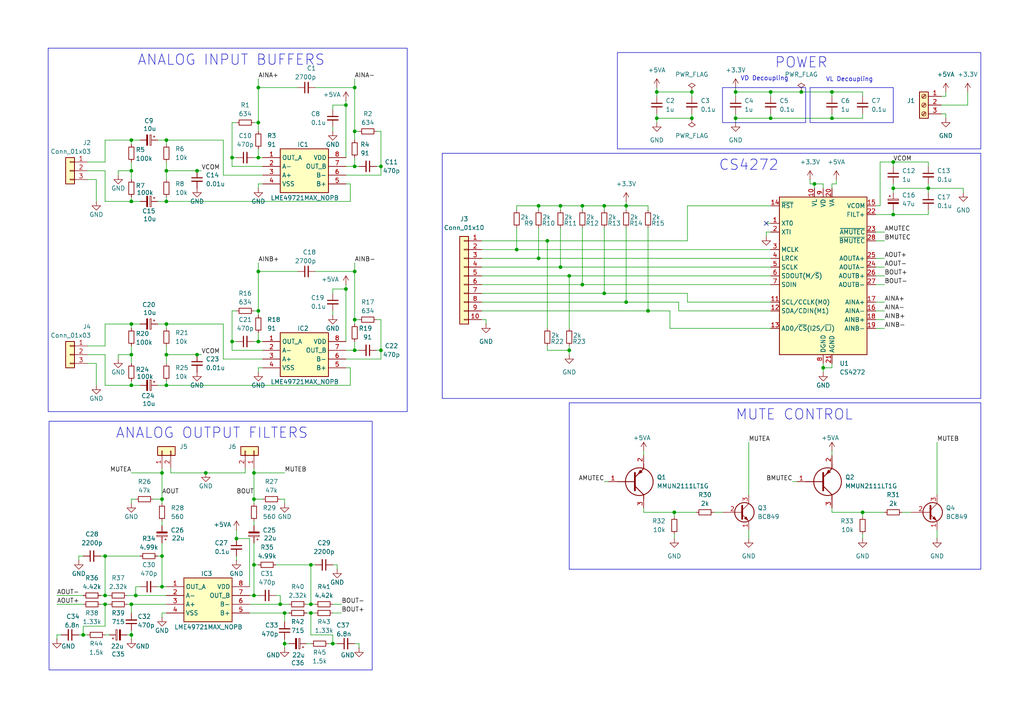
<source format=kicad_sch>
(kicad_sch (version 20231120) (generator "eeschema") (generator_version "8.0")
  (paper "A4")
  (junction (at 102.87 25.4))
  (junction (at 38.1 93.98))
  (junction (at 238.76 106.68))
  (junction (at 241.3 26.67))
  (junction (at 156.21 59.69))
  (junction (at 250.19 148.59))
  (junction (at 74.93 78.74))
  (junction (at 38.1 49.53))
  (junction (at 38.1 175.26))
  (junction (at 68.58 156.21))
  (junction (at 102.87 48.26))
  (junction (at 73.66 163.83))
  (junction (at 213.36 34.29))
  (junction (at 102.87 38.1))
  (junction (at 102.87 101.6))
  (junction (at 181.61 87.63))
  (junction (at 162.56 59.69))
  (junction (at 48.26 93.98))
  (junction (at 223.52 34.29))
  (junction (at 46.99 161.29))
  (junction (at 48.26 40.64))
  (junction (at 162.56 77.47))
  (junction (at 74.93 45.72))
  (junction (at 200.66 34.29))
  (junction (at 110.49 101.6))
  (junction (at 269.24 54.61))
  (junction (at 82.55 186.69))
  (junction (at 38.1 184.15))
  (junction (at 100.33 83.82))
  (junction (at 190.5 26.67))
  (junction (at 67.31 99.06))
  (junction (at 165.1 101.6))
  (junction (at 156.21 74.93))
  (junction (at 24.13 184.15))
  (junction (at 67.31 45.72))
  (junction (at 259.08 62.23))
  (junction (at 74.93 25.4))
  (junction (at 195.58 148.59))
  (junction (at 213.36 26.67))
  (junction (at 96.52 186.69))
  (junction (at 102.87 92.71))
  (junction (at 232.41 26.67))
  (junction (at 190.5 34.29))
  (junction (at 38.1 111.76))
  (junction (at 181.61 59.69))
  (junction (at 158.75 69.85))
  (junction (at 38.1 102.87))
  (junction (at 168.91 59.69))
  (junction (at 48.26 102.87))
  (junction (at 73.66 137.16))
  (junction (at 149.86 72.39))
  (junction (at 48.26 49.53))
  (junction (at 175.26 59.69))
  (junction (at 30.48 175.26))
  (junction (at 187.96 90.17))
  (junction (at 38.1 40.64))
  (junction (at 259.08 46.99))
  (junction (at 200.66 26.67))
  (junction (at 38.1 58.42))
  (junction (at 30.48 172.72))
  (junction (at 74.93 99.06))
  (junction (at 48.26 111.76))
  (junction (at 73.66 144.78))
  (junction (at 90.17 177.8))
  (junction (at 57.15 49.53))
  (junction (at 165.1 80.01))
  (junction (at 102.87 78.74))
  (junction (at 241.3 34.29))
  (junction (at 48.26 58.42))
  (junction (at 259.08 54.61))
  (junction (at 59.69 137.16))
  (junction (at 46.99 170.18))
  (junction (at 73.66 172.72))
  (junction (at 100.33 30.48))
  (junction (at 74.93 35.56))
  (junction (at 82.55 177.8))
  (junction (at 110.49 48.26))
  (junction (at 46.99 144.78))
  (junction (at 223.52 26.67))
  (junction (at 90.17 175.26))
  (junction (at 74.93 90.17))
  (junction (at 57.15 102.87))
  (junction (at 175.26 85.09))
  (junction (at 46.99 137.16))
  (junction (at 90.17 163.83))
  (junction (at 168.91 82.55))
  (junction (at 39.37 172.72))
  (junction (at 81.28 175.26))
  (junction (at 236.22 53.34))
  (junction (at 30.48 161.29))
  (no_connect (at 222.25 64.77))
  (wire (pts (xy 274.32 26.67) (xy 274.32 27.94)))
  (wire (pts (xy 100.33 30.48) (xy 96.52 30.48)))
  (wire (pts (xy 48.26 111.76) (xy 101.6 111.76)))
  (wire (pts (xy 39.37 170.18) (xy 39.37 172.72)))
  (wire (pts (xy 91.44 25.4) (xy 102.87 25.4)))
  (wire (pts (xy 102.87 92.71) (xy 102.87 93.98)))
  (wire (pts (xy 38.1 49.53) (xy 38.1 52.07)))
  (wire (pts (xy 49.53 135.89) (xy 49.53 137.16)))
  (wire (pts (xy 96.52 83.82) (xy 96.52 85.09)))
  (wire (pts (xy 194.31 90.17) (xy 187.96 90.17)))
  (wire (pts (xy 82.55 177.8) (xy 82.55 180.34)))
  (wire (pts (xy 91.44 175.26) (xy 90.17 175.26)))
  (wire (pts (xy 162.56 77.47) (xy 223.52 77.47)))
  (wire (pts (xy 207.01 148.59) (xy 209.55 148.59)))
  (wire (pts (xy 254 92.71) (xy 256.54 92.71)))
  (wire (pts (xy 190.5 33.02) (xy 190.5 34.29)))
  (wire (pts (xy 241.3 33.02) (xy 241.3 34.29)))
  (wire (pts (xy 80.01 172.72) (xy 81.28 172.72)))
  (wire (pts (xy 139.7 92.71) (xy 140.97 92.71)))
  (wire (pts (xy 39.37 172.72) (xy 48.26 172.72)))
  (wire (pts (xy 68.58 156.21) (xy 72.39 156.21)))
  (wire (pts (xy 241.3 130.81) (xy 241.3 132.08)))
  (wire (pts (xy 30.48 40.64) (xy 38.1 40.64)))
  (wire (pts (xy 195.58 154.94) (xy 195.58 156.21)))
  (wire (pts (xy 38.1 100.33) (xy 38.1 102.87)))
  (wire (pts (xy 30.48 161.29) (xy 29.21 161.29)))
  (wire (pts (xy 57.15 102.87) (xy 58.42 102.87)))
  (wire (pts (xy 76.2 144.78) (xy 73.66 144.78)))
  (wire (pts (xy 25.4 52.07) (xy 27.94 52.07)))
  (wire (pts (xy 241.3 147.32) (xy 241.3 148.59)))
  (wire (pts (xy 102.87 22.86) (xy 102.87 25.4)))
  (wire (pts (xy 269.24 46.99) (xy 269.24 48.26)))
  (wire (pts (xy 82.55 185.42) (xy 82.55 186.69)))
  (wire (pts (xy 68.58 35.56) (xy 67.31 35.56)))
  (wire (pts (xy 74.93 35.56) (xy 73.66 35.56)))
  (wire (pts (xy 30.48 93.98) (xy 38.1 93.98)))
  (wire (pts (xy 199.39 87.63) (xy 199.39 85.09)))
  (wire (pts (xy 40.64 170.18) (xy 39.37 170.18)))
  (wire (pts (xy 48.26 40.64) (xy 64.77 40.64)))
  (wire (pts (xy 67.31 48.26) (xy 76.2 48.26)))
  (wire (pts (xy 96.52 186.69) (xy 96.52 184.15)))
  (wire (pts (xy 149.86 66.04) (xy 149.86 72.39)))
  (wire (pts (xy 48.26 58.42) (xy 48.26 57.15)))
  (wire (pts (xy 81.28 175.26) (xy 72.39 175.26)))
  (wire (pts (xy 213.36 34.29) (xy 213.36 35.56)))
  (wire (pts (xy 38.1 93.98) (xy 38.1 95.25)))
  (wire (pts (xy 83.82 186.69) (xy 82.55 186.69)))
  (wire (pts (xy 96.52 30.48) (xy 96.52 31.75)))
  (wire (pts (xy 96.52 163.83) (xy 97.79 163.83)))
  (wire (pts (xy 168.91 82.55) (xy 223.52 82.55)))
  (wire (pts (xy 259.08 54.61) (xy 269.24 54.61)))
  (wire (pts (xy 250.19 154.94) (xy 250.19 156.21)))
  (wire (pts (xy 102.87 92.71) (xy 104.14 92.71)))
  (wire (pts (xy 38.1 58.42) (xy 30.48 58.42)))
  (wire (pts (xy 149.86 59.69) (xy 156.21 59.69)))
  (wire (pts (xy 81.28 172.72) (xy 81.28 175.26)))
  (wire (pts (xy 232.41 26.67) (xy 241.3 26.67)))
  (wire (pts (xy 16.51 184.15) (xy 16.51 185.42)))
  (wire (pts (xy 48.26 95.25) (xy 48.26 93.98)))
  (wire (pts (xy 223.52 34.29) (xy 241.3 34.29)))
  (wire (pts (xy 76.2 106.68) (xy 74.93 106.68)))
  (wire (pts (xy 48.26 100.33) (xy 48.26 102.87)))
  (wire (pts (xy 90.17 177.8) (xy 88.9 177.8)))
  (wire (pts (xy 74.93 25.4) (xy 86.36 25.4)))
  (wire (pts (xy 100.33 104.14) (xy 110.49 104.14)))
  (wire (pts (xy 196.85 90.17) (xy 196.85 87.63)))
  (wire (pts (xy 175.26 59.69) (xy 175.26 60.96)))
  (wire (pts (xy 100.33 30.48) (xy 100.33 45.72)))
  (wire (pts (xy 67.31 101.6) (xy 76.2 101.6)))
  (wire (pts (xy 100.33 82.55) (xy 100.33 83.82)))
  (wire (pts (xy 27.94 105.41) (xy 27.94 111.76)))
  (wire (pts (xy 73.66 151.13) (xy 73.66 152.4)))
  (wire (pts (xy 186.69 148.59) (xy 195.58 148.59)))
  (wire (pts (xy 259.08 46.99) (xy 259.08 48.26)))
  (wire (pts (xy 34.29 102.87) (xy 34.29 104.14)))
  (wire (pts (xy 223.52 34.29) (xy 223.52 33.02)))
  (wire (pts (xy 29.21 172.72) (xy 30.48 172.72)))
  (wire (pts (xy 25.4 102.87) (xy 30.48 102.87)))
  (wire (pts (xy 175.26 85.09) (xy 199.39 85.09)))
  (wire (pts (xy 59.69 137.16) (xy 49.53 137.16)))
  (wire (pts (xy 46.99 137.16) (xy 46.99 144.78)))
  (wire (pts (xy 80.01 163.83) (xy 90.17 163.83)))
  (wire (pts (xy 30.48 181.61) (xy 30.48 175.26)))
  (wire (pts (xy 162.56 59.69) (xy 162.56 60.96)))
  (wire (pts (xy 48.26 49.53) (xy 57.15 49.53)))
  (wire (pts (xy 64.77 93.98) (xy 64.77 104.14)))
  (wire (pts (xy 22.86 161.29) (xy 22.86 162.56)))
  (wire (pts (xy 102.87 38.1) (xy 104.14 38.1)))
  (wire (pts (xy 269.24 60.96) (xy 269.24 62.23)))
  (wire (pts (xy 74.93 22.86) (xy 74.93 25.4)))
  (wire (pts (xy 181.61 66.04) (xy 181.61 87.63)))
  (wire (pts (xy 223.52 27.94) (xy 223.52 26.67)))
  (wire (pts (xy 64.77 40.64) (xy 64.77 50.8)))
  (wire (pts (xy 234.95 53.34) (xy 236.22 53.34)))
  (wire (pts (xy 250.19 26.67) (xy 250.19 27.94)))
  (wire (pts (xy 67.31 99.06) (xy 67.31 101.6)))
  (wire (pts (xy 46.99 170.18) (xy 45.72 170.18)))
  (wire (pts (xy 74.93 45.72) (xy 76.2 45.72)))
  (wire (pts (xy 36.83 184.15) (xy 38.1 184.15)))
  (wire (pts (xy 156.21 66.04) (xy 156.21 74.93)))
  (wire (pts (xy 102.87 25.4) (xy 102.87 38.1)))
  (wire (pts (xy 222.25 67.31) (xy 222.25 68.58)))
  (wire (pts (xy 238.76 53.34) (xy 238.76 54.61)))
  (wire (pts (xy 187.96 66.04) (xy 187.96 90.17)))
  (wire (pts (xy 45.72 58.42) (xy 48.26 58.42)))
  (wire (pts (xy 68.58 45.72) (xy 67.31 45.72)))
  (wire (pts (xy 280.67 26.67) (xy 280.67 30.48)))
  (wire (pts (xy 187.96 59.69) (xy 181.61 59.69)))
  (wire (pts (xy 200.66 33.02) (xy 200.66 34.29)))
  (wire (pts (xy 30.48 40.64) (xy 30.48 46.99)))
  (wire (pts (xy 109.22 48.26) (xy 110.49 48.26)))
  (wire (pts (xy 73.66 135.89) (xy 73.66 137.16)))
  (wire (pts (xy 186.69 130.81) (xy 186.69 132.08)))
  (wire (pts (xy 223.52 90.17) (xy 196.85 90.17)))
  (wire (pts (xy 73.66 157.48) (xy 73.66 163.83)))
  (wire (pts (xy 101.6 58.42) (xy 101.6 53.34)))
  (wire (pts (xy 242.57 53.34) (xy 241.3 53.34)))
  (wire (pts (xy 73.66 172.72) (xy 74.93 172.72)))
  (wire (pts (xy 72.39 156.21) (xy 72.39 170.18)))
  (wire (pts (xy 25.4 105.41) (xy 27.94 105.41)))
  (wire (pts (xy 57.15 49.53) (xy 58.42 49.53)))
  (wire (pts (xy 46.99 144.78) (xy 44.45 144.78)))
  (wire (pts (xy 139.7 87.63) (xy 181.61 87.63)))
  (wire (pts (xy 254 74.93) (xy 256.54 74.93)))
  (wire (pts (xy 90.17 163.83) (xy 91.44 163.83)))
  (wire (pts (xy 223.52 95.25) (xy 194.31 95.25)))
  (wire (pts (xy 238.76 105.41) (xy 238.76 106.68)))
  (wire (pts (xy 255.27 46.99) (xy 259.08 46.99)))
  (wire (pts (xy 250.19 149.86) (xy 250.19 148.59)))
  (wire (pts (xy 223.52 59.69) (xy 199.39 59.69)))
  (wire (pts (xy 73.66 137.16) (xy 73.66 144.78)))
  (wire (pts (xy 254 90.17) (xy 256.54 90.17)))
  (wire (pts (xy 16.51 175.26) (xy 24.13 175.26)))
  (wire (pts (xy 200.66 27.94) (xy 200.66 26.67)))
  (wire (pts (xy 73.66 137.16) (xy 82.55 137.16)))
  (wire (pts (xy 25.4 100.33) (xy 30.48 100.33)))
  (wire (pts (xy 25.4 184.15) (xy 24.13 184.15)))
  (wire (pts (xy 45.72 93.98) (xy 48.26 93.98)))
  (wire (pts (xy 236.22 53.34) (xy 238.76 53.34)))
  (wire (pts (xy 68.58 90.17) (xy 67.31 90.17)))
  (wire (pts (xy 149.86 60.96) (xy 149.86 59.69)))
  (wire (pts (xy 241.3 26.67) (xy 241.3 27.94)))
  (wire (pts (xy 38.1 144.78) (xy 38.1 146.05)))
  (wire (pts (xy 17.78 184.15) (xy 16.51 184.15)))
  (wire (pts (xy 48.26 170.18) (xy 46.99 170.18)))
  (wire (pts (xy 254 87.63) (xy 256.54 87.63)))
  (wire (pts (xy 101.6 53.34) (xy 100.33 53.34)))
  (wire (pts (xy 259.08 62.23) (xy 259.08 60.96)))
  (wire (pts (xy 279.4 54.61) (xy 279.4 55.88)))
  (wire (pts (xy 64.77 50.8) (xy 76.2 50.8)))
  (wire (pts (xy 109.22 92.71) (xy 110.49 92.71)))
  (wire (pts (xy 255.27 46.99) (xy 255.27 59.69)))
  (wire (pts (xy 45.72 40.64) (xy 48.26 40.64)))
  (wire (pts (xy 190.5 34.29) (xy 200.66 34.29)))
  (wire (pts (xy 223.52 26.67) (xy 213.36 26.67)))
  (wire (pts (xy 38.1 102.87) (xy 34.29 102.87)))
  (wire (pts (xy 40.64 58.42) (xy 38.1 58.42)))
  (wire (pts (xy 186.69 147.32) (xy 186.69 148.59)))
  (wire (pts (xy 30.48 111.76) (xy 38.1 111.76)))
  (wire (pts (xy 38.1 175.26) (xy 48.26 175.26)))
  (wire (pts (xy 29.21 175.26) (xy 30.48 175.26)))
  (wire (pts (xy 30.48 49.53) (xy 25.4 49.53)))
  (wire (pts (xy 38.1 49.53) (xy 34.29 49.53)))
  (wire (pts (xy 30.48 175.26) (xy 31.75 175.26)))
  (wire (pts (xy 158.75 69.85) (xy 139.7 69.85)))
  (wire (pts (xy 24.13 184.15) (xy 24.13 181.61)))
  (wire (pts (xy 38.1 184.15) (xy 38.1 185.42)))
  (wire (pts (xy 38.1 110.49) (xy 38.1 111.76)))
  (wire (pts (xy 156.21 74.93) (xy 223.52 74.93)))
  (wire (pts (xy 48.26 93.98) (xy 64.77 93.98)))
  (wire (pts (xy 200.66 26.67) (xy 190.5 26.67)))
  (wire (pts (xy 74.93 90.17) (xy 74.93 91.44)))
  (wire (pts (xy 48.26 102.87) (xy 48.26 105.41)))
  (wire (pts (xy 97.79 163.83) (xy 97.79 165.1)))
  (wire (pts (xy 102.87 38.1) (xy 102.87 40.64)))
  (wire (pts (xy 236.22 53.34) (xy 236.22 54.61)))
  (wire (pts (xy 199.39 59.69) (xy 199.39 69.85)))
  (wire (pts (xy 241.3 34.29) (xy 250.19 34.29)))
  (wire (pts (xy 102.87 45.72) (xy 102.87 48.26)))
  (wire (pts (xy 90.17 184.15) (xy 90.17 177.8)))
  (wire (pts (xy 269.24 54.61) (xy 269.24 55.88)))
  (wire (pts (xy 24.13 184.15) (xy 22.86 184.15)))
  (wire (pts (xy 102.87 186.69) (xy 104.14 186.69)))
  (wire (pts (xy 74.93 35.56) (xy 74.93 38.1)))
  (wire (pts (xy 104.14 101.6) (xy 102.87 101.6)))
  (wire (pts (xy 195.58 149.86) (xy 195.58 148.59)))
  (wire (pts (xy 168.91 60.96) (xy 168.91 59.69)))
  (wire (pts (xy 109.22 101.6) (xy 110.49 101.6)))
  (wire (pts (xy 100.33 50.8) (xy 110.49 50.8)))
  (wire (pts (xy 95.25 186.69) (xy 96.52 186.69)))
  (wire (pts (xy 274.32 27.94) (xy 273.05 27.94)))
  (wire (pts (xy 139.7 74.93) (xy 156.21 74.93)))
  (wire (pts (xy 38.1 102.87) (xy 38.1 105.41)))
  (wire (pts (xy 40.64 40.64) (xy 38.1 40.64)))
  (wire (pts (xy 254 59.69) (xy 255.27 59.69)))
  (wire (pts (xy 165.1 80.01) (xy 165.1 95.25)))
  (wire (pts (xy 110.49 101.6) (xy 110.49 104.14)))
  (wire (pts (xy 165.1 101.6) (xy 165.1 102.87)))
  (wire (pts (xy 38.1 40.64) (xy 38.1 41.91)))
  (wire (pts (xy 100.33 83.82) (xy 100.33 99.06)))
  (wire (pts (xy 254 80.01) (xy 256.54 80.01)))
  (wire (pts (xy 48.26 111.76) (xy 48.26 110.49)))
  (wire (pts (xy 165.1 80.01) (xy 223.52 80.01)))
  (wire (pts (xy 38.1 137.16) (xy 46.99 137.16)))
  (wire (pts (xy 187.96 90.17) (xy 139.7 90.17)))
  (wire (pts (xy 269.24 62.23) (xy 259.08 62.23)))
  (wire (pts (xy 175.26 139.7) (xy 176.53 139.7)))
  (wire (pts (xy 67.31 35.56) (xy 67.31 45.72)))
  (wire (pts (xy 274.32 33.02) (xy 273.05 33.02)))
  (wire (pts (xy 104.14 186.69) (xy 104.14 187.96)))
  (wire (pts (xy 30.48 184.15) (xy 31.75 184.15)))
  (wire (pts (xy 274.32 34.29) (xy 274.32 33.02)))
  (wire (pts (xy 190.5 25.4) (xy 190.5 26.67)))
  (wire (pts (xy 36.83 172.72) (xy 39.37 172.72)))
  (wire (pts (xy 261.62 148.59) (xy 264.16 148.59)))
  (wire (pts (xy 139.7 72.39) (xy 149.86 72.39)))
  (wire (pts (xy 213.36 26.67) (xy 213.36 27.94)))
  (wire (pts (xy 64.77 104.14) (xy 76.2 104.14)))
  (wire (pts (xy 223.52 67.31) (xy 222.25 67.31)))
  (wire (pts (xy 100.33 101.6) (xy 102.87 101.6)))
  (wire (pts (xy 156.21 59.69) (xy 156.21 60.96)))
  (wire (pts (xy 187.96 60.96) (xy 187.96 59.69)))
  (wire (pts (xy 73.66 172.72) (xy 73.66 163.83)))
  (wire (pts (xy 259.08 54.61) (xy 259.08 55.88)))
  (wire (pts (xy 38.1 182.88) (xy 38.1 184.15)))
  (wire (pts (xy 259.08 46.99) (xy 269.24 46.99)))
  (wire (pts (xy 149.86 72.39) (xy 223.52 72.39)))
  (wire (pts (xy 181.61 59.69) (xy 181.61 60.96)))
  (wire (pts (xy 74.93 78.74) (xy 86.36 78.74)))
  (wire (pts (xy 241.3 105.41) (xy 241.3 106.68)))
  (wire (pts (xy 259.08 53.34) (xy 259.08 54.61)))
  (wire (pts (xy 195.58 148.59) (xy 201.93 148.59)))
  (wire (pts (xy 48.26 46.99) (xy 48.26 49.53)))
  (wire (pts (xy 48.26 177.8) (xy 46.99 177.8)))
  (wire (pts (xy 254 95.25) (xy 256.54 95.25)))
  (wire (pts (xy 242.57 52.07) (xy 242.57 53.34)))
  (wire (pts (xy 67.31 90.17) (xy 67.31 99.06)))
  (wire (pts (xy 100.33 83.82) (xy 96.52 83.82)))
  (wire (pts (xy 74.93 43.18) (xy 74.93 45.72)))
  (wire (pts (xy 46.99 135.89) (xy 46.99 137.16)))
  (wire (pts (xy 30.48 161.29) (xy 30.48 172.72)))
  (wire (pts (xy 104.14 48.26) (xy 102.87 48.26)))
  (wire (pts (xy 181.61 87.63) (xy 196.85 87.63)))
  (wire (pts (xy 30.48 102.87) (xy 30.48 111.76)))
  (wire (pts (xy 74.93 96.52) (xy 74.93 99.06)))
  (wire (pts (xy 254 82.55) (xy 256.54 82.55)))
  (wire (pts (xy 24.13 161.29) (xy 22.86 161.29)))
  (wire (pts (xy 223.52 26.67) (xy 232.41 26.67)))
  (wire (pts (xy 194.31 95.25) (xy 194.31 90.17)))
  (wire (pts (xy 110.49 38.1) (xy 110.49 48.26)))
  (wire (pts (xy 241.3 148.59) (xy 250.19 148.59)))
  (wire (pts (xy 254 67.31) (xy 256.54 67.31)))
  (wire (pts (xy 96.52 184.15) (xy 90.17 184.15)))
  (wire (pts (xy 229.87 139.7) (xy 231.14 139.7)))
  (wire (pts (xy 82.55 186.69) (xy 82.55 187.96)))
  (wire (pts (xy 73.66 45.72) (xy 74.93 45.72)))
  (wire (pts (xy 24.13 181.61) (xy 30.48 181.61)))
  (wire (pts (xy 74.93 53.34) (xy 74.93 54.61)))
  (wire (pts (xy 73.66 99.06) (xy 74.93 99.06)))
  (wire (pts (xy 67.31 45.72) (xy 67.31 48.26)))
  (wire (pts (xy 254 77.47) (xy 256.54 77.47)))
  (wire (pts (xy 102.87 76.2) (xy 102.87 78.74)))
  (wire (pts (xy 76.2 53.34) (xy 74.93 53.34)))
  (wire (pts (xy 190.5 35.56) (xy 190.5 34.29)))
  (wire (pts (xy 139.7 85.09) (xy 175.26 85.09)))
  (wire (pts (xy 254 62.23) (xy 259.08 62.23)))
  (wire (pts (xy 168.91 59.69) (xy 175.26 59.69)))
  (wire (pts (xy 165.1 100.33) (xy 165.1 101.6)))
  (wire (pts (xy 38.1 175.26) (xy 38.1 177.8)))
  (wire (pts (xy 73.66 163.83) (xy 74.93 163.83)))
  (wire (pts (xy 71.12 137.16) (xy 59.69 137.16)))
  (wire (pts (xy 46.99 161.29) (xy 45.72 161.29)))
  (wire (pts (xy 45.72 111.76) (xy 48.26 111.76)))
  (wire (pts (xy 222.25 64.77) (xy 223.52 64.77)))
  (wire (pts (xy 175.26 66.04) (xy 175.26 85.09)))
  (wire (pts (xy 68.58 99.06) (xy 67.31 99.06)))
  (wire (pts (xy 96.52 90.17) (xy 96.52 91.44)))
  (wire (pts (xy 110.49 48.26) (xy 110.49 50.8)))
  (wire (pts (xy 190.5 26.67) (xy 190.5 27.94)))
  (wire (pts (xy 74.93 76.2) (xy 74.93 78.74)))
  (wire (pts (xy 30.48 172.72) (xy 31.75 172.72)))
  (wire (pts (xy 30.48 46.99) (xy 25.4 46.99)))
  (wire (pts (xy 158.75 101.6) (xy 165.1 101.6)))
  (wire (pts (xy 74.93 25.4) (xy 74.93 35.56)))
  (wire (pts (xy 181.61 58.42) (xy 181.61 59.69)))
  (wire (pts (xy 39.37 144.78) (xy 38.1 144.78)))
  (wire (pts (xy 74.93 99.06) (xy 76.2 99.06)))
  (wire (pts (xy 139.7 77.47) (xy 162.56 77.47)))
  (wire (pts (xy 269.24 53.34) (xy 269.24 54.61)))
  (wire (pts (xy 110.49 92.71) (xy 110.49 101.6)))
  (wire (pts (xy 68.58 161.29) (xy 68.58 162.56)))
  (wire (pts (xy 250.19 33.02) (xy 250.19 34.29)))
  (wire (pts (xy 269.24 54.61) (xy 279.4 54.61)))
  (wire (pts (xy 68.58 153.67) (xy 68.58 156.21)))
  (wire (pts (xy 139.7 82.55) (xy 168.91 82.55)))
  (wire (pts (xy 38.1 111.76) (xy 40.64 111.76)))
  (wire (pts (xy 241.3 26.67) (xy 250.19 26.67)))
  (wire (pts (xy 213.36 25.4) (xy 213.36 26.67)))
  (wire (pts (xy 82.55 144.78) (xy 81.28 144.78)))
  (wire (pts (xy 139.7 80.01) (xy 165.1 80.01)))
  (wire (pts (xy 217.17 128.27) (xy 217.17 143.51)))
  (wire (pts (xy 91.44 78.74) (xy 102.87 78.74)))
  (wire (pts (xy 46.99 157.48) (xy 46.99 161.29)))
  (wire (pts (xy 250.19 148.59) (xy 256.54 148.59)))
  (wire (pts (xy 73.66 144.78) (xy 73.66 146.05)))
  (wire (pts (xy 30.48 58.42) (xy 30.48 49.53)))
  (wire (pts (xy 271.78 153.67) (xy 271.78 156.21)))
  (wire (pts (xy 38.1 57.15) (xy 38.1 58.42)))
  (wire (pts (xy 48.26 41.91) (xy 48.26 40.64)))
  (wire (pts (xy 71.12 135.89) (xy 71.12 137.16)))
  (wire (pts (xy 72.39 172.72) (xy 73.66 172.72)))
  (wire (pts (xy 162.56 59.69) (xy 168.91 59.69)))
  (wire (pts (xy 156.21 59.69) (xy 162.56 59.69)))
  (wire (pts (xy 74.93 90.17) (xy 73.66 90.17)))
  (wire (pts (xy 38.1 46.99) (xy 38.1 49.53)))
  (wire (pts (xy 82.55 177.8) (xy 72.39 177.8)))
  (wire (pts (xy 36.83 175.26) (xy 38.1 175.26)))
  (wire (pts (xy 30.48 100.33) (xy 30.48 93.98)))
  (wire (pts (xy 102.87 78.74) (xy 102.87 92.71)))
  (wire (pts (xy 213.36 34.29) (xy 223.52 34.29)))
  (wire (pts (xy 96.52 186.69) (xy 97.79 186.69)))
  (wire (pts (xy 140.97 92.71) (xy 140.97 93.98)))
  (wire (pts (xy 100.33 48.26) (xy 102.87 48.26)))
  (wire (pts (xy 254 69.85) (xy 256.54 69.85)))
  (wire (pts (xy 38.1 93.98) (xy 40.64 93.98)))
  (wire (pts (xy 241.3 53.34) (xy 241.3 54.61)))
  (wire (pts (xy 91.44 177.8) (xy 90.17 177.8)))
  (wire (pts (xy 199.39 69.85) (xy 158.75 69.85)))
  (wire (pts (xy 101.6 111.76) (xy 101.6 106.68)))
  (wire (pts (xy 74.93 106.68) (xy 74.93 107.95)))
  (wire (pts (xy 158.75 100.33) (xy 158.75 101.6)))
  (wire (pts (xy 99.06 175.26) (xy 96.52 175.26)))
  (wire (pts (xy 46.99 144.78) (xy 46.99 146.05)))
  (wire (pts (xy 48.26 58.42) (xy 101.6 58.42)))
  (wire (pts (xy 99.06 177.8) (xy 96.52 177.8)))
  (wire (pts (xy 217.17 153.67) (xy 217.17 156.21)))
  (wire (pts (xy 27.94 52.07) (xy 27.94 58.42)))
  (wire (pts (xy 213.36 33.02) (xy 213.36 34.29)))
  (wire (pts (xy 83.82 177.8) (xy 82.55 177.8)))
  (wire (pts (xy 46.99 177.8) (xy 46.99 179.07)))
  (wire (pts (xy 168.91 66.04) (xy 168.91 82.55)))
  (wire (pts (xy 101.6 106.68) (xy 100.33 106.68)))
  (wire (pts (xy 234.95 52.07) (xy 234.95 53.34)))
  (wire (pts (xy 100.33 29.21) (xy 100.33 30.48)))
  (wire (pts (xy 96.52 36.83) (xy 96.52 38.1)))
  (wire (pts (xy 102.87 99.06) (xy 102.87 101.6)))
  (wire (pts (xy 46.99 151.13) (xy 46.99 152.4)))
  (wire (pts (xy 74.93 78.74) (xy 74.93 90.17)))
  (wire (pts (xy 158.75 69.85) (xy 158.75 95.25)))
  (wire (pts (xy 271.78 128.27) (xy 271.78 143.51)))
  (wire (pts (xy 82.55 146.05) (xy 82.55 144.78)))
  (wire (pts (xy 16.51 172.72) (xy 24.13 172.72)))
  (wire (pts (xy 109.22 38.1) (xy 110.49 38.1)))
  (wire (pts (xy 241.3 106.68) (xy 238.76 106.68)))
  (wire (pts (xy 280.67 30.48) (xy 273.05 30.48)))
  (wire (pts (xy 238.76 106.68) (xy 238.76 107.95)))
  (wire (pts (xy 34.29 49.53) (xy 34.29 50.8)))
  (wire (pts (xy 40.64 161.29) (xy 30.48 161.29)))
  (wire (pts (xy 48.26 102.87) (xy 57.15 102.87)))
  (wire (pts (xy 223.52 87.63) (xy 199.39 87.63)))
  (wire (pts (xy 83.82 175.26) (xy 81.28 175.26)))
  (wire (pts (xy 90.17 175.26) (xy 88.9 175.26)))
  (wire (pts (xy 162.56 66.04) (xy 162.56 77.47)))
  (wire (pts (xy 48.26 49.53) (xy 48.26 52.07)))
  (wire (pts (xy 90.17 186.69) (xy 88.9 186.69)))
  (wire (pts (xy 46.99 170.18) (xy 46.99 161.29)))
  (wire (pts (xy 175.26 59.69) (xy 181.61 59.69)))
  (wire (pts (xy 90.17 163.83) (xy 90.17 175.26)))
  (rectangle (start 128.27 44.45) (end 284.48 115.57))
  (rectangle (start 165.1 116.84) (end 284.48 165.1))
  (rectangle (start 179.07 15.24) (end 284.48 43.18))
  (rectangle (start 209.55 25.4) (end 233.68 35.56))
  (rectangle (start 14.224 122.174) (end 107.95 194.31))
  (rectangle (start 234.95 25.4) (end 259.08 35.56))
  (rectangle (start 13.97 13.97) (end 118.11 119.38))
  (text "VD Decoupling" (at 221.742 22.86 0) (effects (font (size 1.27 1.27))))
  (text "CS4272" (at 217.17 48.006 0) (effects (font (size 3 3))))
  (text "ANALOG INPUT BUFFERS" (at 67.056 17.526 0) (effects (font (size 3 3))))
  (text "POWER" (at 232.41 18.288 0) (effects (font (size 3 3))))
  (text "VL Decoupling" (at 246.38 23.114 0) (effects (font (size 1.27 1.27))))
  (text "MUTE CONTROL" (at 230.378 120.396 0) (effects (font (size 3 3))))
  (text "ANALOG OUTPUT FILTERS" (at 61.468 125.73 0) (effects (font (size 3 3))))
  (label "BOUT-" (at 99.06 175.26 0))
  (label "AOUT-" (at 16.51 172.72 0))
  (label "AMUTEC" (at 175.26 139.7 180))
  (label "MUTEB" (at 82.55 137.16 0))
  (label "AINB+" (at 74.93 76.2 0))
  (label "BMUTEC" (at 229.87 139.7 180))
  (label "MUTEB" (at 271.78 128.27 0))
  (label "MUTEA" (at 217.17 128.27 0))
  (label "AINA+" (at 256.54 87.63 0))
  (label "VCOM" (at 58.42 102.87 0))
  (label "AINB+" (at 256.54 92.71 0))
  (label "VCOM" (at 259.08 46.99 0))
  (label "MUTEA" (at 38.1 137.16 180))
  (label "AOUT" (at 46.99 143.51 0))
  (label "AOUT+" (at 256.54 74.93 0))
  (label "BOUT+" (at 256.54 80.01 0))
  (label "BOUT+" (at 99.06 177.8 0))
  (label "AINA-" (at 256.54 90.17 0))
  (label "VCOM" (at 58.42 49.53 0))
  (label "AINB-" (at 102.87 76.2 0))
  (label "AINA+" (at 74.93 22.86 0))
  (label "BMUTEC" (at 256.54 69.85 0))
  (label "AINB-" (at 256.54 95.25 0))
  (label "AINA-" (at 102.87 22.86 0))
  (label "AOUT+" (at 16.51 175.26 0))
  (label "AOUT-" (at 256.54 77.47 0))
  (label "BOUT" (at 73.66 143.51 180))
  (label "BOUT-" (at 256.54 82.55 0))
  (label "AMUTEC" (at 256.54 67.31 0))
  (symbol (lib_id "power:GND") (at 34.29 104.14 0) (unit 1)
    (property "Reference" "#PWR023" (effects (hide yes)))
    (property "Value" "GND" (at 34.29 107.95 0))
    (property "Description" "Power symbol creates a global label with name \"GND\" , ground" (effects (hide yes)))
  )
  (symbol (lib_id "Device:R_Small") (at 48.26 107.95 0) (unit 1)
    (property "Reference" "R25" (at 50.8 106.6799 0) (effects (justify left)))
    (property "Value" "10k" (at 50.8 109.2199 0) (effects (justify left)))
    (property "Footprint" "Resistor_SMD:R_0805_2012Metric_Pad1.20x1.40mm_HandSolder" (effects (hide yes)))
    (property "Description" "Resistor, small symbol" (effects (hide yes)))
    (property "Manufacturer_Part_Number" " ERJ-6ENF1002V " (effects (hide yes)))
    (property "Mouser Part Number" " 667-ERJ-6ENF1002V " (effects (hide yes)))
  )
  (symbol (lib_id "Device:C_Small") (at 57.15 105.41 0) (unit 1)
    (property "Reference" "C23" (at 59.69 104.1462 0) (effects (justify left)))
    (property "Value" "0.01u" (at 59.69 106.6862 0) (effects (justify left)))
    (property "Footprint" "Capacitor_SMD:C_0805_2012Metric_Pad1.18x1.45mm_HandSolder" (effects (hide yes)))
    (property "Description" "Unpolarized capacitor, small symbol" (effects (hide yes)))
    (property "Manufacturer_Part_Number" "C2012C0G1H103J060AA " (effects (hide yes)))
    (property "Mouser Part Number" " 810-C2012C0G1H103J-1 " (effects (hide yes)))
  )
  (symbol (lib_id "Device:C_Small") (at 71.12 99.06 90) (unit 1)
    (property "Reference" "C21" (at 71.1263 92.71 90))
    (property "Value" "470p" (at 71.1263 95.25 90))
    (property "Footprint" "Capacitor_SMD:C_0805_2012Metric_Pad1.18x1.45mm_HandSolder" (effects (hide yes)))
    (property "Description" "Unpolarized capacitor, small symbol" (effects (hide yes)))
    (property "Manufacturer_Part_Number" "C2012C0G2W471J060AA " (effects (hide yes)))
    (property "Mouser Part Number" "810-C2012C0G2W471JAA " (effects (hide yes)))
  )
  (symbol (lib_id "Device:C_Small") (at 88.9 25.4 90) (unit 1)
    (property "Reference" "C1" (at 91.694 19.812 90) (effects (justify left)))
    (property "Value" "2700p" (at 91.694 22.352 90) (effects (justify left)))
    (property "Footprint" "Capacitor_SMD:C_0805_2012Metric_Pad1.18x1.45mm_HandSolder" (effects (hide yes)))
    (property "Description" "Unpolarized capacitor, small symbol" (effects (hide yes)))
    (property "Manufacturer_Part_Number" "C2012C0G1H272J060AA " (effects (hide yes)))
    (property "Mouser Part Number" "810-C2012C0G1H272J-1" (effects (hide yes)))
  )
  (symbol (lib_id "power:+5VA") (at 190.5 25.4 0) (unit 1)
    (property "Reference" "#PWR01" (effects (hide yes)))
    (property "Value" "+5VA" (at 190.5 20.32 0))
    (property "Description" "Power symbol creates a global label with name \"+5VA\"" (effects (hide yes)))
  )
  (symbol (lib_id "Custom:MMUN2111LT1G") (at 231.14 139.7 0) (mirror x) (unit 1)
    (property "Reference" "Q2" (at 245.11 138.4299 0) (effects (justify left)))
    (property "Value" "MMUN2111LT1G" (at 245.11 140.9699 0) (effects (justify left)))
    (property "Footprint" "Package_TO_SOT_SMD:SOT-23" (effects (hide yes)))
    (property "Datasheet" "http://www.onsemi.com/pub/Collateral/DTA114E-D.PDF" (effects (hide yes)))
    (property "Description" "PNP Bipolar Digital Transistor (BRT)" (effects (hide yes)))
    (property "Height" "1.01" (effects (hide yes)))
    (property "Mouser Part Number" "863-MMUN2111LT1G" (effects (hide yes)))
    (property "Mouser Price/Stock" "https://www.mouser.co.uk/ProductDetail/onsemi/MMUN2111LT1G?qs=ZpPixqFcBtxHqMisMEW72A%3D%3D" (effects (hide yes)))
    (property "Manufacturer_Name" "onsemi" (effects (hide yes)))
    (property "Manufacturer_Part_Number" " MMUN2111LT1G " (effects (hide yes)))
  )
  (symbol (lib_id "power:GND") (at 16.51 185.42 0) (unit 1)
    (property "Reference" "#PWR042" (effects (hide yes)))
    (property "Value" "GND" (at 19.812 187.452 0))
    (property "Description" "Power symbol creates a global label with name \"GND\" , ground" (effects (hide yes)))
  )
  (symbol (lib_id "Device:R_Small") (at 181.61 63.5 0) (mirror x) (unit 1)
    (property "Reference" "R14" (at 186.436 64.77 0) (effects (justify right)))
    (property "Value" "2k" (at 185.166 62.992 0) (effects (justify right)))
    (property "Footprint" "Resistor_SMD:R_0805_2012Metric_Pad1.20x1.40mm_HandSolder" (effects (hide yes)))
    (property "Description" "Resistor, small symbol" (effects (hide yes)))
    (property "Manufacturer_Part_Number" " ERJ-6ENF2001V " (effects (hide yes)))
    (property "Mouser Part Number" " 667-ERJ-6ENF2001V " (effects (hide yes)))
  )
  (symbol (lib_id "Device:C_Small") (at 96.52 87.63 0) (unit 1)
    (property "Reference" "C19" (at 90.17 86.36 0) (effects (justify left)))
    (property "Value" "0.1u" (at 90.17 88.9 0) (effects (justify left)))
    (property "Footprint" "Capacitor_SMD:C_0805_2012Metric_Pad1.18x1.45mm_HandSolder" (effects (hide yes)))
    (property "Description" "Unpolarized capacitor, small symbol" (effects (hide yes)))
    (property "Manufacturer_Part_Number" "C2012X7R1H104K085AA " (effects (hide yes)))
    (property "Mouser Part Number" "810-C2012X7R1H104K-2" (effects (hide yes)))
  )
  (symbol (lib_id "power:PWR_FLAG") (at 200.66 26.67 0) (unit 1)
    (property "Reference" "#FLG01" (effects (hide yes)))
    (property "Value" "PWR_FLAG" (at 200.66 21.59 0))
    (property "Description" "Special symbol for telling ERC where power comes from" (effects (hide yes)))
  )
  (symbol (lib_id "Device:C_Small") (at 68.58 158.75 0) (unit 1)
    (property "Reference" "C27" (at 62.23 157.48 0) (effects (justify left)))
    (property "Value" "0.1u" (at 62.23 160.02 0) (effects (justify left)))
    (property "Footprint" "Capacitor_SMD:C_0805_2012Metric_Pad1.18x1.45mm_HandSolder" (effects (hide yes)))
    (property "Description" "Unpolarized capacitor, small symbol" (effects (hide yes)))
    (property "Manufacturer_Part_Number" "C2012X7R1H104K085AA " (effects (hide yes)))
    (property "Mouser Part Number" "810-C2012X7R1H104K-2" (effects (hide yes)))
  )
  (symbol (lib_id "power:GND") (at 46.99 179.07 0) (unit 1)
    (property "Reference" "#PWR041" (effects (hide yes)))
    (property "Value" "GND" (at 46.99 182.88 0))
    (property "Description" "Power symbol creates a global label with name \"GND\" , ground" (effects (hide yes)))
  )
  (symbol (lib_id "power:GND") (at 57.15 54.61 0) (unit 1)
    (property "Reference" "#PWR013" (effects (hide yes)))
    (property "Value" "GND" (at 57.15 58.42 0))
    (property "Description" "Power symbol creates a global label with name \"GND\" , ground" (effects (hide yes)))
  )
  (symbol (lib_id "Audio:CS4272") (at 238.76 80.01 0) (unit 1)
    (property "Reference" "U1" (at 243.4941 105.41 0) (effects (justify left)))
    (property "Value" "CS4272" (at 243.4941 107.95 0) (effects (justify left)))
    (property "Footprint" "Package_SO:TSSOP-28_4.4x9.7mm_P0.65mm" (effects (hide yes)))
    (property "Datasheet" "https://statics.cirrus.com/pubs/proDatasheet/CS4272_F1.pdf" (effects (hide yes)))
    (property "Description" "24-Bit, 192 kHz Stereo Audio CODEC, TSSOP-28" (effects (hide yes)))
    (property "Manufacturer_Part_Number" " CS4272K-CZZ " (effects (hide yes)))
    (property "Mouser Part Number" " 777-CS4272-CZZ " (effects (hide yes)))
  )
  (symbol (lib_id "power:+3.3V") (at 280.67 26.67 0) (unit 1)
    (property "Reference" "#PWR04" (effects (hide yes)))
    (property "Value" "+3.3V" (at 280.67 21.59 0))
    (property "Description" "Power symbol creates a global label with name \"+3.3V\"" (effects (hide yes)))
  )
  (symbol (lib_id "Device:R_Small") (at 175.26 63.5 0) (mirror x) (unit 1)
    (property "Reference" "R13" (at 180.086 64.77 0) (effects (justify right)))
    (property "Value" "2k" (at 178.816 62.992 0) (effects (justify right)))
    (property "Footprint" "Resistor_SMD:R_0805_2012Metric_Pad1.20x1.40mm_HandSolder" (effects (hide yes)))
    (property "Description" "Resistor, small symbol" (effects (hide yes)))
    (property "Manufacturer_Part_Number" " ERJ-6ENF2001V " (effects (hide yes)))
    (property "Mouser Part Number" " 667-ERJ-6ENF2001V " (effects (hide yes)))
  )
  (symbol (lib_id "Device:R_Small") (at 106.68 92.71 90) (mirror x) (unit 1)
    (property "Reference" "R17" (at 106.68 87.63 90))
    (property "Value" "634" (at 106.68 90.17 90))
    (property "Footprint" "Resistor_SMD:R_0805_2012Metric_Pad1.20x1.40mm_HandSolder" (effects (hide yes)))
    (property "Description" "Resistor, small symbol" (effects (hide yes)))
    (property "Manufacturer_Part_Number" " ERJ-6ENF6340V" (effects (hide yes)))
    (property "Mouser Part Number" " 667-ERJ-6ENF6340V " (effects (hide yes)))
  )
  (symbol (lib_id "Device:R_Small") (at 259.08 148.59 90) (mirror x) (unit 1)
    (property "Reference" "R31" (at 259.08 143.51 90))
    (property "Value" "2k" (at 259.08 146.05 90))
    (property "Footprint" "Resistor_SMD:R_0805_2012Metric_Pad1.20x1.40mm_HandSolder" (effects (hide yes)))
    (property "Description" "Resistor, small symbol" (effects (hide yes)))
    (property "Manufacturer_Part_Number" " ERJ-6ENF2001V " (effects (hide yes)))
    (property "Mouser Part Number" " 667-ERJ-6ENF2001V " (effects (hide yes)))
  )
  (symbol (lib_id "Device:R_Small") (at 250.19 152.4 0) (mirror x) (unit 1)
    (property "Reference" "R33" (at 247.65 151.1299 0) (effects (justify right)))
    (property "Value" "10k" (at 247.65 153.6699 0) (effects (justify right)))
    (property "Footprint" "Resistor_SMD:R_0805_2012Metric_Pad1.20x1.40mm_HandSolder" (effects (hide yes)))
    (property "Description" "Resistor, small symbol" (effects (hide yes)))
    (property "Manufacturer_Part_Number" " ERJ-6ENF1002V " (effects (hide yes)))
    (property "Mouser Part Number" " 667-ERJ-6ENF1002V " (effects (hide yes)))
  )
  (symbol (lib_id "Device:C_Small") (at 250.19 30.48 0) (unit 1)
    (property "Reference" "C7" (at 252.73 29.2162 0) (effects (justify left)))
    (property "Value" "0.1u" (at 252.73 31.7562 0) (effects (justify left)))
    (property "Footprint" "Capacitor_SMD:C_0805_2012Metric_Pad1.18x1.45mm_HandSolder" (effects (hide yes)))
    (property "Description" "Unpolarized capacitor, small symbol" (effects (hide yes)))
    (property "Manufacturer_Part_Number" "C2012X7R1H104K085AA " (effects (hide yes)))
    (property "Mouser Part Number" "810-C2012X7R1H104K-2" (effects (hide yes)))
  )
  (symbol (lib_id "power:GND") (at 74.93 54.61 0) (unit 1)
    (property "Reference" "#PWR014" (effects (hide yes)))
    (property "Value" "GND" (at 74.93 58.42 0))
    (property "Description" "Power symbol creates a global label with name \"GND\" , ground" (effects (hide yes)))
  )
  (symbol (lib_id "power:+5VA") (at 274.32 26.67 0) (unit 1)
    (property "Reference" "#PWR03" (effects (hide yes)))
    (property "Value" "+5VA" (at 274.32 21.59 0))
    (property "Description" "Power symbol creates a global label with name \"+5VA\"" (effects (hide yes)))
  )
  (symbol (lib_id "power:+3.3V") (at 213.36 25.4 0) (unit 1)
    (property "Reference" "#PWR02" (effects (hide yes)))
    (property "Value" "+3.3V" (at 213.36 20.32 0))
    (property "Description" "Power symbol creates a global label with name \"+3.3V\"" (effects (hide yes)))
  )
  (symbol (lib_id "Device:R_Small") (at 204.47 148.59 90) (mirror x) (unit 1)
    (property "Reference" "R30" (at 204.47 143.51 90))
    (property "Value" "2k" (at 204.47 146.05 90))
    (property "Footprint" "Resistor_SMD:R_0805_2012Metric_Pad1.20x1.40mm_HandSolder" (effects (hide yes)))
    (property "Description" "Resistor, small symbol" (effects (hide yes)))
    (property "Manufacturer_Part_Number" " ERJ-6ENF2001V " (effects (hide yes)))
    (property "Mouser Part Number" " 667-ERJ-6ENF2001V " (effects (hide yes)))
  )
  (symbol (lib_id "power:PWR_FLAG") (at 232.41 26.67 0) (unit 1)
    (property "Reference" "#FLG02" (effects (hide yes)))
    (property "Value" "PWR_FLAG" (at 232.41 21.59 0))
    (property "Description" "Special symbol for telling ERC where power comes from" (effects (hide yes)))
  )
  (symbol (lib_id "Connector_Generic:Conn_01x02") (at 73.66 130.81 270) (mirror x) (unit 1)
    (property "Reference" "J6" (at 68.58 129.5399 90) (effects (justify right)))
    (property "Value" "Conn_01x02" (effects (hide yes)))
    (property "Footprint" "Connector_PinHeader_2.54mm:PinHeader_1x02_P2.54mm_Vertical" (effects (hide yes)))
    (property "Description" "Generic connector, single row, 01x02, script generated (kicad-library-utils/schlib/autogen/connector/)" (effects (hide yes)))
  )
  (symbol (lib_id "Device:C_Small") (at 43.18 170.18 90) (unit 1)
    (property "Reference" "C30" (at 43.1863 163.83 90))
    (property "Value" "470p" (at 43.1863 166.37 90))
    (property "Footprint" "Capacitor_SMD:C_0805_2012Metric_Pad1.18x1.45mm_HandSolder" (effects (hide yes)))
    (property "Description" "Unpolarized capacitor, small symbol" (effects (hide yes)))
    (property "Manufacturer_Part_Number" "C2012C0G2W471J060AA " (effects (hide yes)))
    (property "Mouser Part Number" "810-C2012C0G2W471JAA " (effects (hide yes)))
  )
  (symbol (lib_id "Device:R_Small") (at 86.36 177.8 90) (mirror x) (unit 1)
    (property "Reference" "R42" (at 86.36 180.34 90))
    (property "Value" "715" (at 86.36 182.88 90))
    (property "Footprint" "Resistor_SMD:R_0805_2012Metric_Pad1.20x1.40mm_HandSolder" (effects (hide yes)))
    (property "Description" "Resistor, small symbol" (effects (hide yes)))
    (property "Manufacturer_Part_Number" " ERJ-6ENF7150V " (effects (hide yes)))
    (property "Mouser Part Number" " 667-ERJ-6ENF7150V " (effects (hide yes)))
  )
  (symbol (lib_id "Device:R_Small") (at 46.99 148.59 180) (unit 1)
    (property "Reference" "R28" (at 49.53 147.3199 0) (effects (justify right)))
    (property "Value" "560" (at 49.53 149.8599 0) (effects (justify right)))
    (property "Footprint" "Resistor_SMD:R_0805_2012Metric_Pad1.20x1.40mm_HandSolder" (effects (hide yes)))
    (property "Description" "Resistor, small symbol" (effects (hide yes)))
    (property "Manufacturer_Part_Number" "ERJ-6ENF5600V " (effects (hide yes)))
    (property "Mouser Part Number" "667-ERJ-6ENF5600V " (effects (hide yes)))
  )
  (symbol (lib_id "Device:R_Small") (at 27.94 184.15 270) (unit 1)
    (property "Reference" "R44" (at 27.94 186.69 90))
    (property "Value" "1.5k" (at 27.94 189.23 90))
    (property "Footprint" "Resistor_SMD:R_0805_2012Metric_Pad1.20x1.40mm_HandSolder" (effects (hide yes)))
    (property "Description" "Resistor, small symbol" (effects (hide yes)))
    (property "Manufacturer_Part_Number" " ERJ-6ENF1501V " (effects (hide yes)))
    (property "Mouser Part Number" " 667-ERJ-6ENF1501V " (effects (hide yes)))
  )
  (symbol (lib_id "power:GND") (at 38.1 146.05 0) (unit 1)
    (property "Reference" "#PWR031" (effects (hide yes)))
    (property "Value" "GND" (at 38.1 149.86 0))
    (property "Description" "Power symbol creates a global label with name \"GND\" , ground" (effects (hide yes)))
  )
  (symbol (lib_id "Device:R_Small") (at 168.91 63.5 0) (mirror x) (unit 1)
    (property "Reference" "R12" (at 173.736 64.77 0) (effects (justify right)))
    (property "Value" "2k" (at 172.466 62.992 0) (effects (justify right)))
    (property "Footprint" "Resistor_SMD:R_0805_2012Metric_Pad1.20x1.40mm_HandSolder" (effects (hide yes)))
    (property "Description" "Resistor, small symbol" (effects (hide yes)))
    (property "Manufacturer_Part_Number" " ERJ-6ENF2001V " (effects (hide yes)))
    (property "Mouser Part Number" " 667-ERJ-6ENF2001V " (effects (hide yes)))
  )
  (symbol (lib_id "Device:R_Small") (at 158.75 97.79 0) (mirror x) (unit 1)
    (property "Reference" "R22" (at 163.576 99.06 0) (effects (justify right)))
    (property "Value" "2k" (at 162.306 97.282 0) (effects (justify right)))
    (property "Footprint" "Resistor_SMD:R_0805_2012Metric_Pad1.20x1.40mm_HandSolder" (effects (hide yes)))
    (property "Description" "Resistor, small symbol" (effects (hide yes)))
    (property "Manufacturer_Part_Number" " ERJ-6ENF2001V " (effects (hide yes)))
    (property "Mouser Part Number" " 667-ERJ-6ENF2001V " (effects (hide yes)))
  )
  (symbol (lib_id "Device:R_Small") (at 38.1 107.95 0) (unit 1)
    (property "Reference" "R24" (at 39.37 107.188 0) (effects (justify left)))
    (property "Value" "100k" (at 39.624 109.22 0) (effects (justify left)))
    (property "Footprint" "Resistor_SMD:R_0805_2012Metric_Pad1.20x1.40mm_HandSolder" (effects (hide yes)))
    (property "Description" "Resistor, small symbol" (effects (hide yes)))
    (property "Manufacturer_Part_Number" " ERJ-6ENF1003V" (effects (hide yes)))
    (property "Mouser Part Number" "667-ERJ-6ENF1003V " (effects (hide yes)))
  )
  (symbol (lib_id "power:GND") (at 279.4 55.88 0) (unit 1)
    (property "Reference" "#PWR015" (effects (hide yes)))
    (property "Value" "GND" (at 279.4 60.96 0))
    (property "Description" "Power symbol creates a global label with name \"GND\" , ground" (effects (hide yes)))
  )
  (symbol (lib_id "power:GND") (at 271.78 156.21 0) (unit 1)
    (property "Reference" "#PWR037" (effects (hide yes)))
    (property "Value" "GND" (at 271.78 161.29 0))
    (property "Description" "Power symbol creates a global label with name \"GND\" , ground" (effects (hide yes)))
  )
  (symbol (lib_id "Custom:LME49721MAX_NOPB") (at 24.13 171.45 0) (unit 1)
    (property "Reference" "IC3" (at 59.944 166.37 0))
    (property "Value" "LME49721MAX_NOPB" (at 60.452 181.864 0))
    (property "Footprint" "Custom:SOIC127P600X175-8N" (effects (hide yes)))
    (property "Datasheet" "http://www.ti.com/lit/ds/symlink/lme49721.pdf" (effects (hide yes)))
    (property "Description" "Audio Amplifiers High Performance, High Fidelity Rail-to-Rail Input/Output Audio Operational Amplifier 8-SOIC -40 to 85" (effects (hide yes)))
    (property "Height" "1.75" (effects (hide yes)))
    (property "Mouser Part Number" "926-LME49721MAX/NOPB" (effects (hide yes)))
    (property "Mouser Price/Stock" "https://www.mouser.co.uk/ProductDetail/Texas-Instruments/LME49721MAX-NOPB?qs=7lkVKPoqpba5HXWycHHvaA%3D%3D" (effects (hide yes)))
    (property "Manufacturer_Name" "Texas Instruments" (effects (hide yes)))
    (property "Manufacturer_Part_Number" "LME49721MAX/NOPB" (effects (hide yes)))
  )
  (symbol (lib_id "Device:R_Small") (at 48.26 44.45 0) (unit 1)
    (property "Reference" "R6" (at 50.8 43.1799 0) (effects (justify left)))
    (property "Value" "10k" (at 50.8 45.7199 0) (effects (justify left)))
    (property "Footprint" "Resistor_SMD:R_0805_2012Metric_Pad1.20x1.40mm_HandSolder" (effects (hide yes)))
    (property "Description" "Resistor, small symbol" (effects (hide yes)))
    (property "Manufacturer_Part_Number" " ERJ-6ENF1002V " (effects (hide yes)))
    (property "Mouser Part Number" " 667-ERJ-6ENF1002V " (effects (hide yes)))
  )
  (symbol (lib_id "Device:C_Polarized_Small") (at 43.18 111.76 270) (unit 1)
    (property "Reference" "C24" (at 42.926 114.808 90))
    (property "Value" "10u" (at 43.18 117.094 90))
    (property "Footprint" "Capacitor_THT:CP_Radial_D8.0mm_P3.50mm" (effects (hide yes)))
    (property "Description" "Polarized capacitor, small symbol" (effects (hide yes)))
    (property "Manufacturer_Part_Number" "UVR2C100MPD " (effects (hide yes)))
    (property "Mouser Part Number" " 647-UVR2C100MPD " (effects (hide yes)))
  )
  (symbol (lib_id "power:GND") (at 96.52 91.44 0) (unit 1)
    (property "Reference" "#PWR020" (effects (hide yes)))
    (property "Value" "GND" (at 96.52 95.25 0))
    (property "Description" "Power symbol creates a global label with name \"GND\" , ground" (effects (hide yes)))
  )
  (symbol (lib_id "Device:C_Small") (at 213.36 30.48 0) (unit 1)
    (property "Reference" "C4" (at 215.9 29.2162 0) (effects (justify left)))
    (property "Value" "1u" (at 215.9 31.7562 0) (effects (justify left)))
    (property "Footprint" "Capacitor_SMD:C_0805_2012Metric_Pad1.18x1.45mm_HandSolder" (effects (hide yes)))
    (property "Description" "Unpolarized capacitor, small symbol" (effects (hide yes)))
    (property "Manufacturer_Part_Number" "C2012X7R1H105K125AB " (effects (hide yes)))
    (property "Mouser Part Number" "810-C2012X7R1H105K " (effects (hide yes)))
  )
  (symbol (lib_id "Device:C_Small") (at 38.1 180.34 180) (unit 1)
    (property "Reference" "C32" (at 39.878 178.816 0) (effects (justify right)))
    (property "Value" "470p" (at 39.878 181.356 0) (effects (justify right)))
    (property "Footprint" "Capacitor_SMD:C_0805_2012Metric_Pad1.18x1.45mm_HandSolder" (effects (hide yes)))
    (property "Description" "Unpolarized capacitor, small symbol" (effects (hide yes)))
    (property "Manufacturer_Part_Number" "C2012C0G2W471J060AA " (effects (hide yes)))
    (property "Mouser Part Number" "810-C2012C0G2W471JAA " (effects (hide yes)))
  )
  (symbol (lib_id "Device:R_Small") (at 92.71 186.69 90) (mirror x) (unit 1)
    (property "Reference" "R45" (at 92.71 189.23 90))
    (property "Value" "1.5k" (at 92.71 191.77 90))
    (property "Footprint" "Resistor_SMD:R_0805_2012Metric_Pad1.20x1.40mm_HandSolder" (effects (hide yes)))
    (property "Description" "Resistor, small symbol" (effects (hide yes)))
    (property "Manufacturer_Part_Number" " ERJ-6ENF1501V " (effects (hide yes)))
    (property "Mouser Part Number" " 667-ERJ-6ENF1501V " (effects (hide yes)))
  )
  (symbol (lib_id "Device:C_Polarized_Small") (at 259.08 58.42 0) (unit 1)
    (property "Reference" "C16" (at 261.62 56.6038 0) (effects (justify left)))
    (property "Value" "47u" (at 261.62 59.1438 0) (effects (justify left)))
    (property "Footprint" "Capacitor_THT:CP_Radial_D10.0mm_P5.00mm" (effects (hide yes)))
    (property "Description" "Polarized capacitor, small symbol" (effects (hide yes)))
    (property "Manufacturer_Part_Number" "UVR2A470MPD " (effects (hide yes)))
    (property "Mouser Part Number" " 647-UVR2A470MPD " (effects (hide yes)))
  )
  (symbol (lib_id "Device:C_Small") (at 93.98 163.83 270) (mirror x) (unit 1)
    (property "Reference" "C29" (at 93.9737 157.48 90))
    (property "Value" "2200p" (at 93.9737 160.02 90))
    (property "Footprint" "Capacitor_SMD:C_0805_2012Metric_Pad1.18x1.45mm_HandSolder" (effects (hide yes)))
    (property "Description" "Unpolarized capacitor, small symbol" (effects (hide yes)))
    (property "Manufacturer_Part_Number" "C2012C0G1H222J085AA " (effects (hide yes)))
    (property "Mouser Part Number" "810-C2012C0G1H222J-2 " (effects (hide yes)))
  )
  (symbol (lib_id "Transistor_BJT:2N3904") (at 269.24 148.59 0) (unit 1)
    (property "Reference" "Q4" (at 274.32 147.3199 0) (effects (justify left)))
    (property "Value" "BC849" (at 274.32 149.8599 0) (effects (justify left)))
    (property "Footprint" "Package_TO_SOT_SMD:SOT-23" (effects (hide yes)))
    (property "Description" "0.2A Ic, 40V Vce, Small Signal NPN Transistor, TO-92" (effects (hide yes)))
    (property "Manufacturer_Part_Number" " BC849A " (effects (hide yes)))
    (property "Mouser Part Number" " 637-BC849A " (effects (hide yes)))
  )
  (symbol (lib_id "Device:R_Small") (at 38.1 97.79 0) (unit 1)
    (property "Reference" "R20" (at 39.37 96.774 0) (effects (justify left)))
    (property "Value" "100k" (at 39.37 99.314 0) (effects (justify left)))
    (property "Footprint" "Resistor_SMD:R_0805_2012Metric_Pad1.20x1.40mm_HandSolder" (effects (hide yes)))
    (property "Description" "Resistor, small symbol" (effects (hide yes)))
    (property "Manufacturer_Part_Number" " ERJ-6ENF1003V" (effects (hide yes)))
    (property "Mouser Part Number" "667-ERJ-6ENF1003V " (effects (hide yes)))
  )
  (symbol (lib_id "Device:C_Polarized_Small") (at 46.99 154.94 180) (unit 1)
    (property "Reference" "C25" (at 78.105 153.797 0))
    (property "Value" "22u" (at 78.359 156.083 0))
    (property "Footprint" "Capacitor_THT:CP_Radial_D10.0mm_P5.00mm" (effects (hide yes)))
    (property "Description" "Polarized capacitor, small symbol" (effects (hide yes)))
    (property "Manufacturer_Part_Number" "UVR2D220MPD " (effects (hide yes)))
    (property "Mouser Part Number" " 647-UVR2D220MPD " (effects (hide yes)))
  )
  (symbol (lib_id "Device:R_Small") (at 38.1 54.61 0) (unit 1)
    (property "Reference" "R7" (at 39.37 53.848 0) (effects (justify left)))
    (property "Value" "100k" (at 39.624 55.88 0) (effects (justify left)))
    (property "Footprint" "Resistor_SMD:R_0805_2012Metric_Pad1.20x1.40mm_HandSolder" (effects (hide yes)))
    (property "Description" "Resistor, small symbol" (effects (hide yes)))
    (property "Manufacturer_Part_Number" " ERJ-6ENF1003V" (effects (hide yes)))
    (property "Mouser Part Number" "667-ERJ-6ENF1003V " (effects (hide yes)))
  )
  (symbol (lib_id "Device:R_Small") (at 106.68 38.1 90) (mirror x) (unit 1)
    (property "Reference" "R2" (at 106.68 33.02 90))
    (property "Value" "634" (at 106.68 35.56 90))
    (property "Footprint" "Resistor_SMD:R_0805_2012Metric_Pad1.20x1.40mm_HandSolder" (effects (hide yes)))
    (property "Description" "Resistor, small symbol" (effects (hide yes)))
    (property "Manufacturer_Part_Number" " ERJ-6ENF6340V" (effects (hide yes)))
    (property "Mouser Part Number" " 667-ERJ-6ENF6340V " (effects (hide yes)))
  )
  (symbol (lib_id "Device:C_Small") (at 20.32 184.15 270) (unit 1)
    (property "Reference" "C34" (at 23.114 178.816 90) (effects (justify right)))
    (property "Value" "6.8n" (at 23.114 181.356 90) (effects (justify right)))
    (property "Footprint" "Capacitor_SMD:C_0805_2012Metric_Pad1.18x1.45mm_HandSolder" (effects (hide yes)))
    (property "Description" "Unpolarized capacitor, small symbol" (effects (hide yes)))
    (property "Manufacturer_Part_Number" "C2012C0G1H682J060AA " (effects (hide yes)))
    (property "Mouser Part Number" " 810-C2012C0G1H682J-1 " (effects (hide yes)))
  )
  (symbol (lib_id "Device:R_Small") (at 74.93 93.98 180) (unit 1)
    (property "Reference" "R18" (at 77.47 92.7099 0) (effects (justify right)))
    (property "Value" "91" (at 77.47 95.2499 0) (effects (justify right)))
    (property "Footprint" "Resistor_SMD:R_0805_2012Metric_Pad1.20x1.40mm_HandSolder" (effects (hide yes)))
    (property "Description" "Resistor, small symbol" (effects (hide yes)))
    (property "Manufacturer_Part_Number" " ERJ-6ENF91R0V " (effects (hide yes)))
    (property "Mouser Part Number" "667-ERJ-6ENF91R0V " (effects (hide yes)))
  )
  (symbol (lib_id "power:GND") (at 195.58 156.21 0) (unit 1)
    (property "Reference" "#PWR034" (effects (hide yes)))
    (property "Value" "GND" (at 195.58 161.29 0))
    (property "Description" "Power symbol creates a global label with name \"GND\" , ground" (effects (hide yes)))
  )
  (symbol (lib_id "Device:C_Small") (at 77.47 172.72 270) (mirror x) (unit 1)
    (property "Reference" "C31" (at 77.4637 166.37 90))
    (property "Value" "470p" (at 77.4637 168.91 90))
    (property "Footprint" "Capacitor_SMD:C_0805_2012Metric_Pad1.18x1.45mm_HandSolder" (effects (hide yes)))
    (property "Description" "Unpolarized capacitor, small symbol" (effects (hide yes)))
    (property "Manufacturer_Part_Number" "C2012C0G2W471J060AA " (effects (hide yes)))
    (property "Mouser Part Number" "810-C2012C0G2W471JAA " (effects (hide yes)))
  )
  (symbol (lib_id "power:+3.3V") (at 181.61 58.42 0) (unit 1)
    (property "Reference" "#PWR017" (effects (hide yes)))
    (property "Value" "+3.3V" (at 181.61 53.34 0))
    (property "Description" "Power symbol creates a global label with name \"+3.3V\"" (effects (hide yes)))
  )
  (symbol (lib_id "Device:R_Small") (at 195.58 152.4 0) (mirror x) (unit 1)
    (property "Reference" "R32" (at 193.04 151.1299 0) (effects (justify right)))
    (property "Value" "10k" (at 193.04 153.6699 0) (effects (justify right)))
    (property "Footprint" "Resistor_SMD:R_0805_2012Metric_Pad1.20x1.40mm_HandSolder" (effects (hide yes)))
    (property "Description" "Resistor, small symbol" (effects (hide yes)))
    (property "Manufacturer_Part_Number" " ERJ-6ENF1002V " (effects (hide yes)))
    (property "Mouser Part Number" " 667-ERJ-6ENF1002V " (effects (hide yes)))
  )
  (symbol (lib_id "Device:C_Polarized_Small") (at 86.36 186.69 270) (mirror x) (unit 1)
    (property "Reference" "C36" (at 86.36 192.278 90))
    (property "Value" "22u" (at 86.614 189.992 90))
    (property "Footprint" "Capacitor_THT:CP_Radial_D10.0mm_P5.00mm" (effects (hide yes)))
    (property "Description" "Polarized capacitor, small symbol" (effects (hide yes)))
    (property "Manufacturer_Part_Number" "UVR2D220MPD " (effects (hide yes)))
    (property "Mouser Part Number" " 647-UVR2D220MPD " (effects (hide yes)))
  )
  (symbol (lib_id "Device:R_Small") (at 43.18 161.29 270) (mirror x) (unit 1)
    (property "Reference" "R34" (at 43.18 156.21 90))
    (property "Value" "4.99k" (at 43.18 158.75 90))
    (property "Footprint" "Resistor_SMD:R_0805_2012Metric_Pad1.20x1.40mm_HandSolder" (effects (hide yes)))
    (property "Description" "Resistor, small symbol" (effects (hide yes)))
    (property "Manufacturer_Part_Number" " ERJ-6ENF4991V " (effects (hide yes)))
    (property "Mouser Part Number" " 667-ERJ-6ENF4991V " (effects (hide yes)))
  )
  (symbol (lib_id "Device:C_Small") (at 269.24 58.42 0) (unit 1)
    (property "Reference" "C17" (at 271.78 57.1562 0) (effects (justify left)))
    (property "Value" "0.1u" (at 271.78 59.6962 0) (effects (justify left)))
    (property "Footprint" "Capacitor_SMD:C_0805_2012Metric_Pad1.18x1.45mm_HandSolder" (effects (hide yes)))
    (property "Description" "Unpolarized capacitor, small symbol" (effects (hide yes)))
    (property "Manufacturer_Part_Number" "C2012X7R1H104K085AA " (effects (hide yes)))
    (property "Mouser Part Number" "810-C2012X7R1H104K-2" (effects (hide yes)))
  )
  (symbol (lib_id "Device:R_Small") (at 41.91 144.78 270) (unit 1)
    (property "Reference" "R26" (at 41.91 139.7 90))
    (property "Value" "47k" (at 41.91 142.24 90))
    (property "Footprint" "Resistor_SMD:R_0805_2012Metric_Pad1.20x1.40mm_HandSolder" (effects (hide yes)))
    (property "Description" "Resistor, small symbol" (effects (hide yes)))
    (property "Manufacturer_Part_Number" " ERJ-6ENF4702V " (effects (hide yes)))
    (property "Mouser Part Number" " 667-ERJ-6ENF4702V " (effects (hide yes)))
  )
  (symbol (lib_id "power:GND") (at 27.94 58.42 0) (unit 1)
    (property "Reference" "#PWR016" (effects (hide yes)))
    (property "Value" "GND" (at 27.94 62.23 0))
    (property "Description" "Power symbol creates a global label with name \"GND\" , ground" (effects (hide yes)))
  )
  (symbol (lib_id "Device:R_Small") (at 93.98 175.26 90) (mirror x) (unit 1)
    (property "Reference" "R41" (at 93.98 170.18 90))
    (property "Value" "4.42k" (at 93.98 172.72 90))
    (property "Footprint" "Resistor_SMD:R_0805_2012Metric_Pad1.20x1.40mm_HandSolder" (effects (hide yes)))
    (property "Description" "Resistor, small symbol" (effects (hide yes)))
    (property "Manufacturer_Part_Number" " ERJ-6ENF4421V " (effects (hide yes)))
    (property "Mouser Part Number" " 667-ERJ-6ENF4421V " (effects (hide yes)))
  )
  (symbol (lib_id "Device:C_Small") (at 88.9 78.74 90) (unit 1)
    (property "Reference" "C18" (at 91.694 73.152 90) (effects (justify left)))
    (property "Value" "2700p" (at 91.694 75.692 90) (effects (justify left)))
    (property "Footprint" "Capacitor_SMD:C_0805_2012Metric_Pad1.18x1.45mm_HandSolder" (effects (hide yes)))
    (property "Description" "Unpolarized capacitor, small symbol" (effects (hide yes)))
    (property "Manufacturer_Part_Number" "C2012C0G1H272J060AA " (effects (hide yes)))
    (property "Mouser Part Number" "810-C2012C0G1H272J-1" (effects (hide yes)))
  )
  (symbol (lib_id "Device:C_Polarized_Small") (at 73.66 154.94 180) (unit 1)
    (property "Reference" "C26" (at 51.435 153.797 0))
    (property "Value" "22u" (at 51.689 156.083 0))
    (property "Footprint" "Capacitor_THT:CP_Radial_D10.0mm_P5.00mm" (effects (hide yes)))
    (property "Description" "Polarized capacitor, small symbol" (effects (hide yes)))
    (property "Manufacturer_Part_Number" "UVR2D220MPD " (effects (hide yes)))
    (property "Mouser Part Number" " 647-UVR2D220MPD " (effects (hide yes)))
  )
  (symbol (lib_id "Device:C_Small") (at 71.12 45.72 90) (unit 1)
    (property "Reference" "C10" (at 71.1263 39.37 90))
    (property "Value" "470p" (at 71.1263 41.91 90))
    (property "Footprint" "Capacitor_SMD:C_0805_2012Metric_Pad1.18x1.45mm_HandSolder" (effects (hide yes)))
    (property "Description" "Unpolarized capacitor, small symbol" (effects (hide yes)))
    (property "Manufacturer_Part_Number" "C2012C0G2W471J060AA " (effects (hide yes)))
    (property "Mouser Part Number" "810-C2012C0G2W471JAA " (effects (hide yes)))
  )
  (symbol (lib_id "Connector_Generic:Conn_01x02") (at 46.99 130.81 90) (unit 1)
    (property "Reference" "J5" (at 52.07 129.5399 90) (effects (justify right)))
    (property "Value" "Conn_01x02" (effects (hide yes)))
    (property "Footprint" "Connector_PinHeader_2.54mm:PinHeader_1x02_P2.54mm_Vertical" (effects (hide yes)))
    (property "Description" "Generic connector, single row, 01x02, script generated (kicad-library-utils/schlib/autogen/connector/)" (effects (hide yes)))
  )
  (symbol (lib_id "Device:C_Small") (at 57.15 52.07 0) (unit 1)
    (property "Reference" "C14" (at 59.69 50.8062 0) (effects (justify left)))
    (property "Value" "0.01u" (at 59.69 53.3462 0) (effects (justify left)))
    (property "Footprint" "Capacitor_SMD:C_0805_2012Metric_Pad1.18x1.45mm_HandSolder" (effects (hide yes)))
    (property "Description" "Unpolarized capacitor, small symbol" (effects (hide yes)))
    (property "Manufacturer_Part_Number" "C2012C0G1H103J060AA " (effects (hide yes)))
    (property "Mouser Part Number" " 810-C2012C0G1H103J-1 " (effects (hide yes)))
  )
  (symbol (lib_id "Device:C_Small") (at 269.24 50.8 0) (unit 1)
    (property "Reference" "C13" (at 271.78 49.5362 0) (effects (justify left)))
    (property "Value" "0.1u" (at 271.78 52.0762 0) (effects (justify left)))
    (property "Footprint" "Capacitor_SMD:C_0805_2012Metric_Pad1.18x1.45mm_HandSolder" (effects (hide yes)))
    (property "Description" "Unpolarized capacitor, small symbol" (effects (hide yes)))
    (property "Manufacturer_Part_Number" "C2012X7R1H104K085AA " (effects (hide yes)))
    (property "Mouser Part Number" "810-C2012X7R1H104K-2" (effects (hide yes)))
  )
  (symbol (lib_id "Device:C_Polarized_Small") (at 34.29 184.15 90) (unit 1)
    (property "Reference" "C35" (at 34.29 189.738 90))
    (property "Value" "22u" (at 34.036 187.452 90))
    (property "Footprint" "Capacitor_THT:CP_Radial_D10.0mm_P5.00mm" (effects (hide yes)))
    (property "Description" "Polarized capacitor, small symbol" (effects (hide yes)))
    (property "Manufacturer_Part_Number" "UVR2D220MPD " (effects (hide yes)))
    (property "Mouser Part Number" " 647-UVR2D220MPD " (effects (hide yes)))
  )
  (symbol (lib_id "power:GND") (at 97.79 165.1 0) (mirror y) (unit 1)
    (property "Reference" "#PWR040" (effects (hide yes)))
    (property "Value" "GND" (at 97.79 168.91 0))
    (property "Description" "Power symbol creates a global label with name \"GND\" , ground" (effects (hide yes)))
  )
  (symbol (lib_id "power:GND") (at 222.25 68.58 0) (unit 1)
    (property "Reference" "#PWR018" (effects (hide yes)))
    (property "Value" "GND" (effects (hide yes)))
    (property "Description" "Power symbol creates a global label with name \"GND\" , ground" (effects (hide yes)))
  )
  (symbol (lib_id "Device:R_Small") (at 86.36 175.26 90) (mirror x) (unit 1)
    (property "Reference" "R40" (at 86.36 170.18 90))
    (property "Value" "2.32k" (at 86.36 172.72 90))
    (property "Footprint" "Resistor_SMD:R_0805_2012Metric_Pad1.20x1.40mm_HandSolder" (effects (hide yes)))
    (property "Description" "Resistor, small symbol" (effects (hide yes)))
    (property "Manufacturer_Part_Number" " ERJ-6ENF2321V " (effects (hide yes)))
    (property "Mouser Part Number" " 667-ERJ-6ENF2321V " (effects (hide yes)))
  )
  (symbol (lib_id "Device:R_Small") (at 71.12 35.56 270) (unit 1)
    (property "Reference" "R1" (at 71.12 30.48 90))
    (property "Value" "634" (at 71.12 33.02 90))
    (property "Footprint" "Resistor_SMD:R_0805_2012Metric_Pad1.20x1.40mm_HandSolder" (effects (hide yes)))
    (property "Description" "Resistor, small symbol" (effects (hide yes)))
    (property "Manufacturer_Part_Number" " ERJ-6ENF6340V" (effects (hide yes)))
    (property "Mouser Part Number" " 667-ERJ-6ENF6340V " (effects (hide yes)))
  )
  (symbol (lib_id "Device:R_Small") (at 38.1 44.45 0) (unit 1)
    (property "Reference" "R5" (at 39.37 43.434 0) (effects (justify left)))
    (property "Value" "100k" (at 39.37 45.974 0) (effects (justify left)))
    (property "Footprint" "Resistor_SMD:R_0805_2012Metric_Pad1.20x1.40mm_HandSolder" (effects (hide yes)))
    (property "Description" "Resistor, small symbol" (effects (hide yes)))
    (property "Manufacturer_Part_Number" " ERJ-6ENF1003V" (effects (hide yes)))
    (property "Mouser Part Number" "667-ERJ-6ENF1003V " (effects (hide yes)))
  )
  (symbol (lib_id "Device:C_Small") (at 82.55 182.88 0) (mirror x) (unit 1)
    (property "Reference" "C33" (at 80.772 181.356 0) (effects (justify right)))
    (property "Value" "470p" (at 80.772 183.896 0) (effects (justify right)))
    (property "Footprint" "Capacitor_SMD:C_0805_2012Metric_Pad1.18x1.45mm_HandSolder" (effects (hide yes)))
    (property "Description" "Unpolarized capacitor, small symbol" (effects (hide yes)))
    (property "Manufacturer_Part_Number" "C2012C0G2W471J060AA " (effects (hide yes)))
    (property "Mouser Part Number" "810-C2012C0G2W471JAA " (effects (hide yes)))
  )
  (symbol (lib_id "Device:C_Small") (at 200.66 30.48 0) (unit 1)
    (property "Reference" "C3" (at 203.2 29.2162 0) (effects (justify left)))
    (property "Value" "0.1u" (at 203.2 31.7562 0) (effects (justify left)))
    (property "Footprint" "Capacitor_SMD:C_0805_2012Metric_Pad1.18x1.45mm_HandSolder" (effects (hide yes)))
    (property "Description" "Unpolarized capacitor, small symbol" (effects (hide yes)))
    (property "Manufacturer_Part_Number" "C2012X7R1H104K085AA " (effects (hide yes)))
    (property "Mouser Part Number" "810-C2012X7R1H104K-2" (effects (hide yes)))
  )
  (symbol (lib_id "Device:C_Polarized_Small") (at 43.18 58.42 270) (unit 1)
    (property "Reference" "C15" (at 43.18 61.214 90))
    (property "Value" "10u" (at 43.434 63.5 90))
    (property "Footprint" "Capacitor_THT:CP_Radial_D8.0mm_P3.50mm" (effects (hide yes)))
    (property "Description" "Polarized capacitor, small symbol" (effects (hide yes)))
    (property "Manufacturer_Part_Number" "UVR2C100MPD " (effects (hide yes)))
    (property "Mouser Part Number" " 647-UVR2C100MPD " (effects (hide yes)))
  )
  (symbol (lib_id "power:PWR_FLAG") (at 200.66 34.29 0) (mirror x) (unit 1)
    (property "Reference" "#FLG03" (effects (hide yes)))
    (property "Value" "PWR_FLAG" (at 200.66 39.37 0))
    (property "Description" "Special symbol for telling ERC where power comes from" (effects (hide yes)))
  )
  (symbol (lib_id "Device:C_Polarized_Small") (at 43.18 40.64 270) (unit 1)
    (property "Reference" "C9" (at 43.18 35.052 90))
    (property "Value" "10u" (at 43.434 37.338 90))
    (property "Footprint" "Capacitor_THT:CP_Radial_D8.0mm_P3.50mm" (effects (hide yes)))
    (property "Description" "Polarized capacitor, small symbol" (effects (hide yes)))
    (property "Manufacturer_Part_Number" "UVR2C100MPD " (effects (hide yes)))
    (property "Mouser Part Number" " 647-UVR2C100MPD " (effects (hide yes)))
  )
  (symbol (lib_id "power:GND") (at 59.69 137.16 0) (unit 1)
    (property "Reference" "#PWR030" (effects (hide yes)))
    (property "Value" "GND" (at 59.69 140.97 0))
    (property "Description" "Power symbol creates a global label with name \"GND\" , ground" (effects (hide yes)))
  )
  (symbol (lib_id "Device:R_Small") (at 149.86 63.5 0) (mirror x) (unit 1)
    (property "Reference" "R9" (at 154.686 64.77 0) (effects (justify right)))
    (property "Value" "2k" (at 153.416 62.992 0) (effects (justify right)))
    (property "Footprint" "Resistor_SMD:R_0805_2012Metric_Pad1.20x1.40mm_HandSolder" (effects (hide yes)))
    (property "Description" "Resistor, small symbol" (effects (hide yes)))
    (property "Manufacturer_Part_Number" " ERJ-6ENF2001V " (effects (hide yes)))
    (property "Mouser Part Number" " 667-ERJ-6ENF2001V " (effects (hide yes)))
  )
  (symbol (lib_id "Device:R_Small") (at 93.98 177.8 90) (mirror x) (unit 1)
    (property "Reference" "R43" (at 93.98 180.34 90))
    (property "Value" "1.33k" (at 93.98 182.88 90))
    (property "Footprint" "Resistor_SMD:R_0805_2012Metric_Pad1.20x1.40mm_HandSolder" (effects (hide yes)))
    (property "Description" "Resistor, small symbol" (effects (hide yes)))
    (property "Manufacturer_Part_Number" "ERJ-6ENF1331V " (effects (hide yes)))
    (property "Mouser Part Number" " 667-ERJ-6ENF1331V " (effects (hide yes)))
  )
  (symbol (lib_id "power:+3.3V") (at 234.95 52.07 0) (unit 1)
    (property "Reference" "#PWR011" (effects (hide yes)))
    (property "Value" "+3.3V" (at 234.95 46.99 0))
    (property "Description" "Power symbol creates a global label with name \"+3.3V\"" (effects (hide yes)))
  )
  (symbol (lib_id "power:GND") (at 250.19 156.21 0) (unit 1)
    (property "Reference" "#PWR036" (effects (hide yes)))
    (property "Value" "GND" (at 250.19 161.29 0))
    (property "Description" "Power symbol creates a global label with name \"GND\" , ground" (effects (hide yes)))
  )
  (symbol (lib_id "Device:R_Small") (at 77.47 163.83 270) (mirror x) (unit 1)
    (property "Reference" "R35" (at 77.47 158.75 90))
    (property "Value" "4.99k" (at 77.47 161.29 90))
    (property "Footprint" "Resistor_SMD:R_0805_2012Metric_Pad1.20x1.40mm_HandSolder" (effects (hide yes)))
    (property "Description" "Resistor, small symbol" (effects (hide yes)))
    (property "Manufacturer_Part_Number" " ERJ-6ENF4991V " (effects (hide yes)))
    (property "Mouser Part Number" " 667-ERJ-6ENF4991V " (effects (hide yes)))
  )
  (symbol (lib_id "power:+5VA") (at 241.3 130.81 0) (unit 1)
    (property "Reference" "#PWR029" (effects (hide yes)))
    (property "Value" "+5VA" (at 240.792 127 0))
    (property "Description" "Power symbol creates a global label with name \"+5VA\"" (effects (hide yes)))
  )
  (symbol (lib_id "Device:R_Small") (at 74.93 40.64 180) (unit 1)
    (property "Reference" "R3" (at 77.47 39.3699 0) (effects (justify right)))
    (property "Value" "91" (at 77.47 41.9099 0) (effects (justify right)))
    (property "Footprint" "Resistor_SMD:R_0805_2012Metric_Pad1.20x1.40mm_HandSolder" (effects (hide yes)))
    (property "Description" "Resistor, small symbol" (effects (hide yes)))
    (property "Manufacturer_Part_Number" " ERJ-6ENF91R0V " (effects (hide yes)))
    (property "Mouser Part Number" "667-ERJ-6ENF91R0V " (effects (hide yes)))
  )
  (symbol (lib_id "power:GND") (at 140.97 93.98 0) (unit 1)
    (property "Reference" "#PWR021" (effects (hide yes)))
    (property "Value" "GND" (at 140.97 99.06 0))
    (property "Description" "Power symbol creates a global label with name \"GND\" , ground" (effects (hide yes)))
  )
  (symbol (lib_id "power:+5VA") (at 186.69 130.81 0) (unit 1)
    (property "Reference" "#PWR028" (effects (hide yes)))
    (property "Value" "+5VA" (at 186.182 127 0))
    (property "Description" "Power symbol creates a global label with name \"+5VA\"" (effects (hide yes)))
  )
  (symbol (lib_id "power:GND") (at 27.94 111.76 0) (unit 1)
    (property "Reference" "#PWR027" (effects (hide yes)))
    (property "Value" "GND" (at 27.94 115.57 0))
    (property "Description" "Power symbol creates a global label with name \"GND\" , ground" (effects (hide yes)))
  )
  (symbol (lib_id "Device:C_Small") (at 241.3 30.48 0) (unit 1)
    (property "Reference" "C6" (at 243.84 29.2162 0) (effects (justify left)))
    (property "Value" "1u" (at 243.84 31.7562 0) (effects (justify left)))
    (property "Footprint" "Capacitor_SMD:C_0805_2012Metric_Pad1.18x1.45mm_HandSolder" (effects (hide yes)))
    (property "Description" "Unpolarized capacitor, small symbol" (effects (hide yes)))
    (property "Manufacturer_Part_Number" "C2012X7R1H105K125AB " (effects (hide yes)))
    (property "Mouser Part Number" "810-C2012X7R1H105K " (effects (hide yes)))
  )
  (symbol (lib_id "power:GND") (at 165.1 102.87 0) (unit 1)
    (property "Reference" "#PWR022" (effects (hide yes)))
    (property "Value" "GND" (at 165.1 107.95 0))
    (property "Description" "Power symbol creates a global label with name \"GND\" , ground" (effects (hide yes)))
  )
  (symbol (lib_id "power:GND") (at 104.14 187.96 0) (mirror y) (unit 1)
    (property "Reference" "#PWR045" (effects (hide yes)))
    (property "Value" "GND" (at 100.838 189.992 0))
    (property "Description" "Power symbol creates a global label with name \"GND\" , ground" (effects (hide yes)))
  )
  (symbol (lib_id "Device:R_Small") (at 102.87 43.18 0) (mirror x) (unit 1)
    (property "Reference" "R4" (at 107.188 41.91 0) (effects (justify right)))
    (property "Value" "91" (at 107.188 44.45 0) (effects (justify right)))
    (property "Footprint" "Resistor_SMD:R_0805_2012Metric_Pad1.20x1.40mm_HandSolder" (effects (hide yes)))
    (property "Description" "Resistor, small symbol" (effects (hide yes)))
    (property "Manufacturer_Part_Number" " ERJ-6ENF91R0V " (effects (hide yes)))
    (property "Mouser Part Number" "667-ERJ-6ENF91R0V " (effects (hide yes)))
  )
  (symbol (lib_id "Device:R_Small") (at 162.56 63.5 0) (mirror x) (unit 1)
    (property "Reference" "R11" (at 167.386 64.77 0) (effects (justify right)))
    (property "Value" "2k" (at 166.116 62.992 0) (effects (justify right)))
    (property "Footprint" "Resistor_SMD:R_0805_2012Metric_Pad1.20x1.40mm_HandSolder" (effects (hide yes)))
    (property "Description" "Resistor, small symbol" (effects (hide yes)))
    (property "Manufacturer_Part_Number" " ERJ-6ENF2001V " (effects (hide yes)))
    (property "Mouser Part Number" " 667-ERJ-6ENF2001V " (effects (hide yes)))
  )
  (symbol (lib_id "Custom:LME49721MAX_NOPB") (at 52.07 46.99 0) (unit 1)
    (property "Reference" "IC1" (at 87.884 41.91 0))
    (property "Value" "LME49721MAX_NOPB" (at 88.392 57.404 0))
    (property "Footprint" "Custom:SOIC127P600X175-8N" (effects (hide yes)))
    (property "Datasheet" "http://www.ti.com/lit/ds/symlink/lme49721.pdf" (effects (hide yes)))
    (property "Description" "Audio Amplifiers High Performance, High Fidelity Rail-to-Rail Input/Output Audio Operational Amplifier 8-SOIC -40 to 85" (effects (hide yes)))
    (property "Height" "1.75" (effects (hide yes)))
    (property "Mouser Part Number" "926-LME49721MAX/NOPB" (effects (hide yes)))
    (property "Mouser Price/Stock" "https://www.mouser.co.uk/ProductDetail/Texas-Instruments/LME49721MAX-NOPB?qs=7lkVKPoqpba5HXWycHHvaA%3D%3D" (effects (hide yes)))
    (property "Manufacturer_Name" "Texas Instruments" (effects (hide yes)))
    (property "Manufacturer_Part_Number" "LME49721MAX/NOPB" (effects (hide yes)))
  )
  (symbol (lib_id "Device:R_Small") (at 156.21 63.5 0) (mirror x) (unit 1)
    (property "Reference" "R10" (at 161.036 64.77 0) (effects (justify right)))
    (property "Value" "2k" (at 159.766 62.992 0) (effects (justify right)))
    (property "Footprint" "Resistor_SMD:R_0805_2012Metric_Pad1.20x1.40mm_HandSolder" (effects (hide yes)))
    (property "Description" "Resistor, small symbol" (effects (hide yes)))
    (property "Manufacturer_Part_Number" " ERJ-6ENF2001V " (effects (hide yes)))
    (property "Mouser Part Number" " 667-ERJ-6ENF2001V " (effects (hide yes)))
  )
  (symbol (lib_id "Device:R_Small") (at 73.66 148.59 180) (unit 1)
    (property "Reference" "R29" (at 76.2 147.3199 0) (effects (justify right)))
    (property "Value" "560" (at 76.2 149.8599 0) (effects (justify right)))
    (property "Footprint" "Resistor_SMD:R_0805_2012Metric_Pad1.20x1.40mm_HandSolder" (effects (hide yes)))
    (property "Description" "Resistor, small symbol" (effects (hide yes)))
    (property "Manufacturer_Part_Number" "ERJ-6ENF5600V " (effects (hide yes)))
    (property "Mouser Part Number" "667-ERJ-6ENF5600V " (effects (hide yes)))
  )
  (symbol (lib_id "Device:R_Small") (at 26.67 175.26 270) (unit 1)
    (property "Reference" "R38" (at 26.67 177.8 90))
    (property "Value" "1.33k" (at 26.67 180.34 90))
    (property "Footprint" "Resistor_SMD:R_0805_2012Metric_Pad1.20x1.40mm_HandSolder" (effects (hide yes)))
    (property "Description" "Resistor, small symbol" (effects (hide yes)))
    (property "Manufacturer_Part_Number" "ERJ-6ENF1331V " (effects (hide yes)))
    (property "Mouser Part Number" " 667-ERJ-6ENF1331V " (effects (hide yes)))
  )
  (symbol (lib_id "Device:C_Small") (at 96.52 34.29 0) (unit 1)
    (property "Reference" "C8" (at 90.17 33.02 0) (effects (justify left)))
    (property "Value" "0.1u" (at 90.17 35.56 0) (effects (justify left)))
    (property "Footprint" "Capacitor_SMD:C_0805_2012Metric_Pad1.18x1.45mm_HandSolder" (effects (hide yes)))
    (property "Description" "Unpolarized capacitor, small symbol" (effects (hide yes)))
    (property "Manufacturer_Part_Number" "C2012X7R1H104K085AA " (effects (hide yes)))
    (property "Mouser Part Number" "810-C2012X7R1H104K-2" (effects (hide yes)))
  )
  (symbol (lib_id "Device:C_Small") (at 190.5 30.48 0) (unit 1)
    (property "Reference" "C2" (at 193.04 29.2162 0) (effects (justify left)))
    (property "Value" "1u" (at 193.04 31.7562 0) (effects (justify left)))
    (property "Footprint" "Capacitor_SMD:C_0805_2012Metric_Pad1.18x1.45mm_HandSolder" (effects (hide yes)))
    (property "Description" "Unpolarized capacitor, small symbol" (effects (hide yes)))
    (property "Manufacturer_Part_Number" "C2012X7R1H105K125AB " (effects (hide yes)))
    (property "Mouser Part Number" "810-C2012X7R1H105K " (effects (hide yes)))
  )
  (symbol (lib_id "power:+5VA") (at 100.33 29.21 0) (unit 1)
    (property "Reference" "#PWR05" (effects (hide yes)))
    (property "Value" "+5VA" (at 96.266 27.432 0))
    (property "Description" "Power symbol creates a global label with name \"+5VA\"" (effects (hide yes)))
  )
  (symbol (lib_id "power:GND") (at 238.76 107.95 0) (unit 1)
    (property "Reference" "#PWR026" (effects (hide yes)))
    (property "Value" "GND" (at 238.76 111.76 0))
    (property "Description" "Power symbol creates a global label with name \"GND\" , ground" (effects (hide yes)))
  )
  (symbol (lib_id "Connector_Generic:Conn_01x03") (at 20.32 102.87 0) (mirror y) (unit 1)
    (property "Reference" "J4" (at 26.416 94.742 0) (effects (justify left)))
    (property "Value" "Conn_01x03" (at 26.416 97.282 0) (effects (justify left)))
    (property "Footprint" "Connector_PinHeader_2.54mm:PinHeader_1x03_P2.54mm_Vertical" (effects (hide yes)))
    (property "Description" "Generic connector, single row, 01x03, script generated (kicad-library-utils/schlib/autogen/connector/)" (effects (hide yes)))
  )
  (symbol (lib_id "Device:R_Small") (at 187.96 63.5 0) (mirror x) (unit 1)
    (property "Reference" "R15" (at 192.786 64.77 0) (effects (justify right)))
    (property "Value" "2k" (at 191.516 62.992 0) (effects (justify right)))
    (property "Footprint" "Resistor_SMD:R_0805_2012Metric_Pad1.20x1.40mm_HandSolder" (effects (hide yes)))
    (property "Description" "Resistor, small symbol" (effects (hide yes)))
    (property "Manufacturer_Part_Number" " ERJ-6ENF2001V " (effects (hide yes)))
    (property "Mouser Part Number" " 667-ERJ-6ENF2001V " (effects (hide yes)))
  )
  (symbol (lib_id "power:GND") (at 68.58 162.56 0) (unit 1)
    (property "Reference" "#PWR039" (effects (hide yes)))
    (property "Value" "GND" (at 68.58 166.37 0))
    (property "Description" "Power symbol creates a global label with name \"GND\" , ground" (effects (hide yes)))
  )
  (symbol (lib_id "Custom:MMUN2111LT1G") (at 176.53 139.7 0) (mirror x) (unit 1)
    (property "Reference" "Q1" (at 190.5 138.4299 0) (effects (justify left)))
    (property "Value" "MMUN2111LT1G" (at 190.5 140.9699 0) (effects (justify left)))
    (property "Footprint" "Package_TO_SOT_SMD:SOT-23" (effects (hide yes)))
    (property "Datasheet" "http://www.onsemi.com/pub/Collateral/DTA114E-D.PDF" (effects (hide yes)))
    (property "Description" "PNP Bipolar Digital Transistor (BRT)" (effects (hide yes)))
    (property "Height" "1.01" (effects (hide yes)))
    (property "Mouser Part Number" "863-MMUN2111LT1G" (effects (hide yes)))
    (property "Mouser Price/Stock" "https://www.mouser.co.uk/ProductDetail/onsemi/MMUN2111LT1G?qs=ZpPixqFcBtxHqMisMEW72A%3D%3D" (effects (hide yes)))
    (property "Manufacturer_Name" "onsemi" (effects (hide yes)))
    (property "Manufacturer_Part_Number" " MMUN2111LT1G " (effects (hide yes)))
  )
  (symbol (lib_id "power:GND") (at 34.29 50.8 0) (unit 1)
    (property "Reference" "#PWR010" (effects (hide yes)))
    (property "Value" "GND" (at 34.29 54.61 0))
    (property "Description" "Power symbol creates a global label with name \"GND\" , ground" (effects (hide yes)))
  )
  (symbol (lib_id "power:GND") (at 74.93 107.95 0) (unit 1)
    (property "Reference" "#PWR025" (effects (hide yes)))
    (property "Value" "GND" (at 74.93 111.76 0))
    (property "Description" "Power symbol creates a global label with name \"GND\" , ground" (effects (hide yes)))
  )
  (symbol (lib_id "power:GND") (at 82.55 146.05 0) (unit 1)
    (property "Reference" "#PWR032" (effects (hide yes)))
    (property "Value" "GND" (at 82.55 149.86 0))
    (property "Description" "Power symbol creates a global label with name \"GND\" , ground" (effects (hide yes)))
  )
  (symbol (lib_id "Device:R_Small") (at 34.29 172.72 270) (unit 1)
    (property "Reference" "R37" (at 34.29 167.64 90))
    (property "Value" "2.32k" (at 34.29 170.18 90))
    (property "Footprint" "Resistor_SMD:R_0805_2012Metric_Pad1.20x1.40mm_HandSolder" (effects (hide yes)))
    (property "Description" "Resistor, small symbol" (effects (hide yes)))
    (property "Manufacturer_Part_Number" " ERJ-6ENF2321V " (effects (hide yes)))
    (property "Mouser Part Number" " 667-ERJ-6ENF2321V " (effects (hide yes)))
  )
  (symbol (lib_id "Connector:Screw_Terminal_01x03") (at 267.97 30.48 0) (mirror y) (unit 1)
    (property "Reference" "J1" (at 265.43 29.2099 0) (effects (justify left)))
    (property "Value" "Screw_Terminal_01x03" (effects (hide yes)))
    (property "Footprint" "TerminalBlock_Phoenix:TerminalBlock_Phoenix_PT-1,5-3-3.5-H_1x03_P3.50mm_Horizontal" (effects (hide yes)))
    (property "Description" "Generic screw terminal, single row, 01x03, script generated (kicad-library-utils/schlib/autogen/connector/)" (effects (hide yes)))
    (property "Manufacturer_Part_Number" " 1984620" (effects (hide yes)))
    (property "Mouser Part Number" " 651-1984620 " (effects (hide yes)))
  )
  (symbol (lib_id "power:GND") (at 38.1 185.42 0) (unit 1)
    (property "Reference" "#PWR043" (effects (hide yes)))
    (property "Value" "GND" (at 41.402 187.452 0))
    (property "Description" "Power symbol creates a global label with name \"GND\" , ground" (effects (hide yes)))
  )
  (symbol (lib_id "power:GND") (at 213.36 35.56 0) (unit 1)
    (property "Reference" "#PWR08" (effects (hide yes)))
    (property "Value" "GND" (at 213.36 40.64 0))
    (property "Description" "Power symbol creates a global label with name \"GND\" , ground" (effects (hide yes)))
  )
  (symbol (lib_id "Device:C_Small") (at 106.68 48.26 270) (mirror x) (unit 1)
    (property "Reference" "C11" (at 113.538 46.99 90))
    (property "Value" "470p" (at 113.538 49.53 90))
    (property "Footprint" "Capacitor_SMD:C_0805_2012Metric_Pad1.18x1.45mm_HandSolder" (effects (hide yes)))
    (property "Description" "Unpolarized capacitor, small symbol" (effects (hide yes)))
    (property "Manufacturer_Part_Number" "C2012C0G2W471J060AA " (effects (hide yes)))
    (property "Mouser Part Number" "810-C2012C0G2W471JAA " (effects (hide yes)))
  )
  (symbol (lib_id "Transistor_BJT:2N3904") (at 214.63 148.59 0) (unit 1)
    (property "Reference" "Q3" (at 219.71 147.3199 0) (effects (justify left)))
    (property "Value" "BC849" (at 219.71 149.8599 0) (effects (justify left)))
    (property "Footprint" "Package_TO_SOT_SMD:SOT-23" (effects (hide yes)))
    (property "Description" "0.2A Ic, 40V Vce, Small Signal NPN Transistor, TO-92" (effects (hide yes)))
    (property "Manufacturer_Part_Number" " BC849A " (effects (hide yes)))
    (property "Mouser Part Number" " 637-BC849A " (effects (hide yes)))
  )
  (symbol (lib_id "power:+5VA") (at 242.57 52.07 0) (unit 1)
    (property "Reference" "#PWR012" (effects (hide yes)))
    (property "Value" "+5VA" (at 242.57 46.99 0))
    (property "Description" "Power symbol creates a global label with name \"+5VA\"" (effects (hide yes)))
  )
  (symbol (lib_id "Device:R_Small") (at 102.87 96.52 0) (mirror x) (unit 1)
    (property "Reference" "R19" (at 107.95 95.25 0) (effects (justify right)))
    (property "Value" "91" (at 107.95 97.79 0) (effects (justify right)))
    (property "Footprint" "Resistor_SMD:R_0805_2012Metric_Pad1.20x1.40mm_HandSolder" (effects (hide yes)))
    (property "Description" "Resistor, small symbol" (effects (hide yes)))
    (property "Manufacturer_Part_Number" " ERJ-6ENF91R0V " (effects (hide yes)))
    (property "Mouser Part Number" "667-ERJ-6ENF91R0V " (effects (hide yes)))
  )
  (symbol (lib_id "power:GND") (at 190.5 35.56 0) (unit 1)
    (property "Reference" "#PWR07" (effects (hide yes)))
    (property "Value" "GND" (at 190.5 40.64 0))
    (property "Description" "Power symbol creates a global label with name \"GND\" , ground" (effects (hide yes)))
  )
  (symbol (lib_id "Device:C_Small") (at 259.08 50.8 0) (unit 1)
    (property "Reference" "C12" (at 261.62 49.5362 0) (effects (justify left)))
    (property "Value" "1u" (at 261.62 52.0762 0) (effects (justify left)))
    (property "Footprint" "Capacitor_SMD:C_0805_2012Metric_Pad1.18x1.45mm_HandSolder" (effects (hide yes)))
    (property "Description" "Unpolarized capacitor, small symbol" (effects (hide yes)))
    (property "Manufacturer_Part_Number" "C2012X7R1H105K125AB " (effects (hide yes)))
    (property "Mouser Part Number" "810-C2012X7R1H105K " (effects (hide yes)))
  )
  (symbol (lib_id "Device:C_Polarized_Small") (at 43.18 93.98 270) (unit 1)
    (property "Reference" "C20" (at 43.18 88.392 90))
    (property "Value" "10u" (at 43.434 90.678 90))
    (property "Footprint" "Capacitor_THT:CP_Radial_D8.0mm_P3.50mm" (effects (hide yes)))
    (property "Description" "Polarized capacitor, small symbol" (effects (hide yes)))
    (property "Manufacturer_Part_Number" "UVR2C100MPD " (effects (hide yes)))
    (property "Mouser Part Number" " 647-UVR2C100MPD " (effects (hide yes)))
  )
  (symbol (lib_id "Custom:LME49721MAX_NOPB") (at 52.07 100.33 0) (unit 1)
    (property "Reference" "IC2" (at 87.884 95.25 0))
    (property "Value" "LME49721MAX_NOPB" (at 88.392 110.744 0))
    (property "Footprint" "Custom:SOIC127P600X175-8N" (effects (hide yes)))
    (property "Datasheet" "http://www.ti.com/lit/ds/symlink/lme49721.pdf" (effects (hide yes)))
    (property "Description" "Audio Amplifiers High Performance, High Fidelity Rail-to-Rail Input/Output Audio Operational Amplifier 8-SOIC -40 to 85" (effects (hide yes)))
    (property "Height" "1.75" (effects (hide yes)))
    (property "Mouser Part Number" "926-LME49721MAX/NOPB" (effects (hide yes)))
    (property "Mouser Price/Stock" "https://www.mouser.co.uk/ProductDetail/Texas-Instruments/LME49721MAX-NOPB?qs=7lkVKPoqpba5HXWycHHvaA%3D%3D" (effects (hide yes)))
    (property "Manufacturer_Name" "Texas Instruments" (effects (hide yes)))
    (property "Manufacturer_Part_Number" "LME49721MAX/NOPB" (effects (hide yes)))
  )
  (symbol (lib_id "Device:R_Small") (at 48.26 54.61 0) (unit 1)
    (property "Reference" "R8" (at 50.8 53.3399 0) (effects (justify left)))
    (property "Value" "10k" (at 50.8 55.8799 0) (effects (justify left)))
    (property "Footprint" "Resistor_SMD:R_0805_2012Metric_Pad1.20x1.40mm_HandSolder" (effects (hide yes)))
    (property "Description" "Resistor, small symbol" (effects (hide yes)))
    (property "Manufacturer_Part_Number" " ERJ-6ENF1002V " (effects (hide yes)))
    (property "Mouser Part Number" " 667-ERJ-6ENF1002V " (effects (hide yes)))
  )
  (symbol (lib_id "Device:R_Small") (at 71.12 90.17 270) (unit 1)
    (property "Reference" "R16" (at 71.12 85.09 90))
    (property "Value" "634" (at 71.12 87.63 90))
    (property "Footprint" "Resistor_SMD:R_0805_2012Metric_Pad1.20x1.40mm_HandSolder" (effects (hide yes)))
    (property "Description" "Resistor, small symbol" (effects (hide yes)))
    (property "Manufacturer_Part_Number" " ERJ-6ENF6340V" (effects (hide yes)))
    (property "Mouser Part Number" " 667-ERJ-6ENF6340V " (effects (hide yes)))
  )
  (symbol (lib_id "Device:R_Small") (at 48.26 97.79 0) (unit 1)
    (property "Reference" "R21" (at 50.8 96.5199 0) (effects (justify left)))
    (property "Value" "10k" (at 50.8 99.0599 0) (effects (justify left)))
    (property "Footprint" "Resistor_SMD:R_0805_2012Metric_Pad1.20x1.40mm_HandSolder" (effects (hide yes)))
    (property "Description" "Resistor, small symbol" (effects (hide yes)))
    (property "Manufacturer_Part_Number" " ERJ-6ENF1002V " (effects (hide yes)))
    (property "Mouser Part Number" " 667-ERJ-6ENF1002V " (effects (hide yes)))
  )
  (symbol (lib_id "Device:R_Small") (at 165.1 97.79 0) (mirror x) (unit 1)
    (property "Reference" "R23" (at 169.926 99.06 0) (effects (justify right)))
    (property "Value" "2k" (at 168.656 97.282 0) (effects (justify right)))
    (property "Footprint" "Resistor_SMD:R_0805_2012Metric_Pad1.20x1.40mm_HandSolder" (effects (hide yes)))
    (property "Description" "Resistor, small symbol" (effects (hide yes)))
    (property "Manufacturer_Part_Number" " ERJ-6ENF2001V " (effects (hide yes)))
    (property "Mouser Part Number" " 667-ERJ-6ENF2001V " (effects (hide yes)))
  )
  (symbol (lib_id "power:GND") (at 82.55 187.96 0) (mirror y) (unit 1)
    (property "Reference" "#PWR044" (effects (hide yes)))
    (property "Value" "GND" (at 79.248 189.992 0))
    (property "Description" "Power symbol creates a global label with name \"GND\" , ground" (effects (hide yes)))
  )
  (symbol (lib_id "power:GND") (at 57.15 107.95 0) (unit 1)
    (property "Reference" "#PWR024" (effects (hide yes)))
    (property "Value" "GND" (at 57.15 111.76 0))
    (property "Description" "Power symbol creates a global label with name \"GND\" , ground" (effects (hide yes)))
  )
  (symbol (lib_id "Device:C_Small") (at 26.67 161.29 90) (unit 1)
    (property "Reference" "C28" (at 26.6763 154.94 90))
    (property "Value" "2200p" (at 26.6763 157.48 90))
    (property "Footprint" "Capacitor_SMD:C_0805_2012Metric_Pad1.18x1.45mm_HandSolder" (effects (hide yes)))
    (property "Description" "Unpolarized capacitor, small symbol" (effects (hide yes)))
    (property "Manufacturer_Part_Number" "C2012C0G1H222J085AA " (effects (hide yes)))
    (property "Mouser Part Number" "810-C2012C0G1H222J-2 " (effects (hide yes)))
  )
  (symbol (lib_id "Device:C_Small") (at 223.52 30.48 0) (unit 1)
    (property "Reference" "C5" (at 226.06 29.2162 0) (effects (justify left)))
    (property "Value" "0.1u" (at 226.06 31.7562 0) (effects (justify left)))
    (property "Footprint" "Capacitor_SMD:C_0805_2012Metric_Pad1.18x1.45mm_HandSolder" (effects (hide yes)))
    (property "Description" "Unpolarized capacitor, small symbol" (effects (hide yes)))
    (property "Manufacturer_Part_Number" "C2012X7R1H104K085AA " (effects (hide yes)))
    (property "Mouser Part Number" "810-C2012X7R1H104K-2" (effects (hide yes)))
  )
  (symbol (lib_id "Connector_Generic:Conn_01x03") (at 20.32 49.53 0) (mirror y) (unit 1)
    (property "Reference" "J2" (at 26.416 41.402 0) (effects (justify left)))
    (property "Value" "Conn_01x03" (at 26.416 43.942 0) (effects (justify left)))
    (property "Footprint" "Connector_PinHeader_2.54mm:PinHeader_1x03_P2.54mm_Vertical" (effects (hide yes)))
    (property "Description" "Generic connector, single row, 01x03, script generated (kicad-library-utils/schlib/autogen/connector/)" (effects (hide yes)))
  )
  (symbol (lib_id "Device:R_Small") (at 78.74 144.78 270) (unit 1)
    (property "Reference" "R27" (at 78.74 139.7 90))
    (property "Value" "47k" (at 78.74 142.24 90))
    (property "Footprint" "Resistor_SMD:R_0805_2012Metric_Pad1.20x1.40mm_HandSolder" (effects (hide yes)))
    (property "Description" "Resistor, small symbol" (effects (hide yes)))
    (property "Manufacturer_Part_Number" " ERJ-6ENF4702V " (effects (hide yes)))
    (property "Mouser Part Number" " 667-ERJ-6ENF4702V " (effects (hide yes)))
  )
  (symbol (lib_id "power:GND") (at 22.86 162.56 0) (unit 1)
    (property "Reference" "#PWR038" (effects (hide yes)))
    (property "Value" "GND" (at 22.86 166.37 0))
    (property "Description" "Power symbol creates a global label with name \"GND\" , ground" (effects (hide yes)))
  )
  (symbol (lib_id "power:+5VA") (at 68.58 153.67 0) (unit 1)
    (property "Reference" "#PWR033" (effects (hide yes)))
    (property "Value" "+5VA" (at 64.516 152.146 0))
    (property "Description" "Power symbol creates a global label with name \"+5VA\"" (effects (hide yes)))
  )
  (symbol (lib_id "power:+5VA") (at 100.33 82.55 0) (unit 1)
    (property "Reference" "#PWR019" (effects (hide yes)))
    (property "Value" "+5VA" (at 95.758 81.026 0))
    (property "Description" "Power symbol creates a global label with name \"+5VA\"" (effects (hide yes)))
  )
  (symbol (lib_id "Device:R_Small") (at 34.29 175.26 270) (unit 1)
    (property "Reference" "R39" (at 34.29 177.8 90))
    (property "Value" "715" (at 34.29 180.34 90))
    (property "Footprint" "Resistor_SMD:R_0805_2012Metric_Pad1.20x1.40mm_HandSolder" (effects (hide yes)))
    (property "Description" "Resistor, small symbol" (effects (hide yes)))
    (property "Manufacturer_Part_Number" " ERJ-6ENF7150V " (effects (hide yes)))
    (property "Mouser Part Number" " 667-ERJ-6ENF7150V " (effects (hide yes)))
  )
  (symbol (lib_id "Device:R_Small") (at 26.67 172.72 270) (unit 1)
    (property "Reference" "R36" (at 26.67 167.64 90))
    (property "Value" "4.42k" (at 26.67 170.18 90))
    (property "Footprint" "Resistor_SMD:R_0805_2012Metric_Pad1.20x1.40mm_HandSolder" (effects (hide yes)))
    (property "Description" "Resistor, small symbol" (effects (hide yes)))
    (property "Manufacturer_Part_Number" " ERJ-6ENF4421V " (effects (hide yes)))
    (property "Mouser Part Number" " 667-ERJ-6ENF4421V " (effects (hide yes)))
  )
  (symbol (lib_id "power:GND") (at 274.32 34.29 0) (unit 1)
    (property "Reference" "#PWR06" (effects (hide yes)))
    (property "Value" "GND" (at 274.32 39.37 0))
    (property "Description" "Power symbol creates a global label with name \"GND\" , ground" (effects (hide yes)))
  )
  (symbol (lib_id "Device:C_Small") (at 106.68 101.6 270) (mirror x) (unit 1)
    (property "Reference" "C22" (at 113.538 100.33 90))
    (property "Value" "470p" (at 113.538 102.87 90))
    (property "Footprint" "Capacitor_SMD:C_0805_2012Metric_Pad1.18x1.45mm_HandSolder" (effects (hide yes)))
    (property "Description" "Unpolarized capacitor, small symbol" (effects (hide yes)))
    (property "Manufacturer_Part_Number" "C2012C0G2W471J060AA " (effects (hide yes)))
    (property "Mouser Part Number" "810-C2012C0G2W471JAA " (effects (hide yes)))
  )
  (symbol (lib_id "power:GND") (at 217.17 156.21 0) (unit 1)
    (property "Reference" "#PWR035" (effects (hide yes)))
    (property "Value" "GND" (at 217.17 161.29 0))
    (property "Description" "Power symbol creates a global label with name \"GND\" , ground" (effects (hide yes)))
  )
  (symbol (lib_id "power:GND") (at 96.52 38.1 0) (unit 1)
    (property "Reference" "#PWR09" (effects (hide yes)))
    (property "Value" "GND" (at 96.52 41.91 0))
    (property "Description" "Power symbol creates a global label with name \"GND\" , ground" (effects (hide yes)))
  )
  (symbol (lib_id "Connector_Generic:Conn_01x10") (at 134.62 80.01 0) (mirror y) (unit 1)
    (property "Reference" "J3" (at 134.62 63.5 0))
    (property "Value" "Conn_01x10" (at 134.62 66.04 0))
    (property "Footprint" "Connector_PinHeader_2.54mm:PinHeader_1x10_P2.54mm_Vertical" (effects (hide yes)))
    (property "Description" "Generic connector, single row, 01x10, script generated (kicad-library-utils/schlib/autogen/connector/)" (effects (hide yes)))
  )
  (symbol (lib_id "Device:C_Small") (at 100.33 186.69 90) (mirror x) (unit 1)
    (property "Reference" "C37" (at 97.536 181.356 90) (effects (justify right)))
    (property "Value" "6.8n" (at 97.536 183.896 90) (effects (justify right)))
    (property "Footprint" "Capacitor_SMD:C_0805_2012Metric_Pad1.18x1.45mm_HandSolder" (effects (hide yes)))
    (property "Description" "Unpolarized capacitor, small symbol" (effects (hide yes)))
    (property "Manufacturer_Part_Number" "C2012C0G1H682J060AA " (effects (hide yes)))
    (property "Mouser Part Number" " 810-C2012C0G1H682J-1 " (effects (hide yes)))
  )
)
</source>
